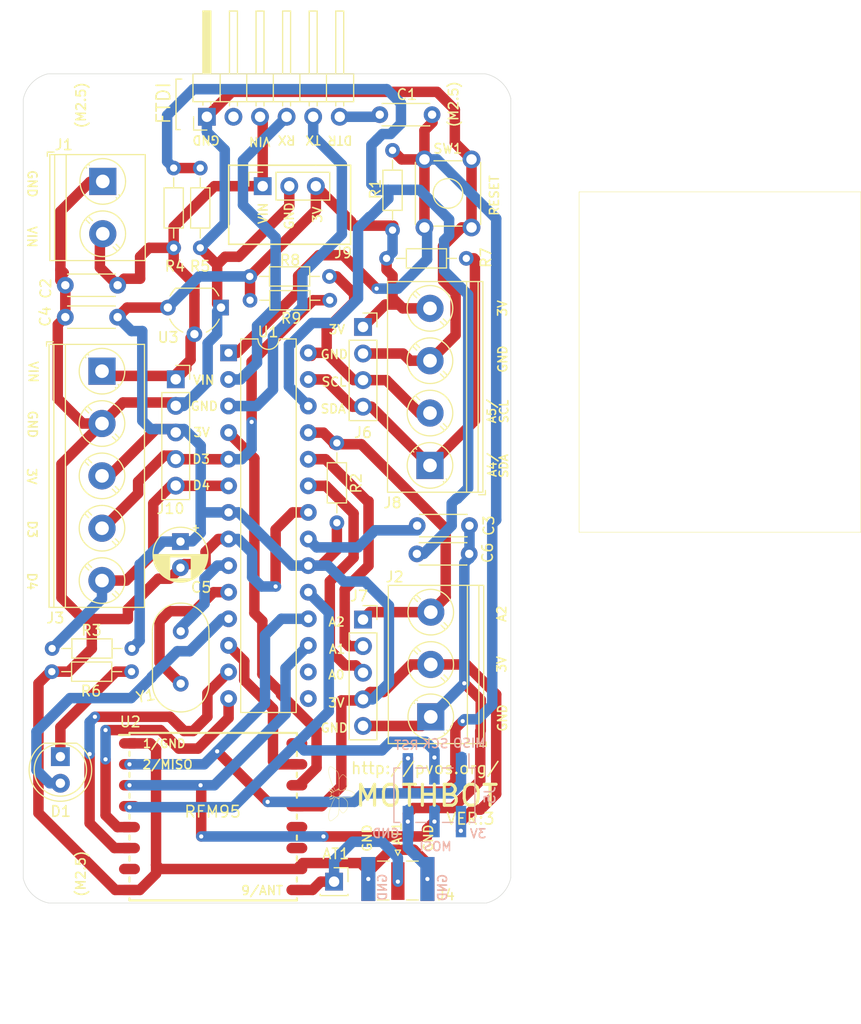
<source format=kicad_pcb>
(kicad_pcb (version 20171130) (host pcbnew 5.1.6-c6e7f7d~87~ubuntu18.04.1)
  (layers (0 F.Cu signal) (31 B.Cu signal) (34 B.Paste user) (35 F.Paste user) (36 B.SilkS user) (37 F.SilkS user) (38 B.Mask user) (39 F.Mask user) (44 Edge.Cuts user))
  (net 0 "")
  (net 1 "Net-(AT1-Pad1)")
  (net 2 "Net-(C1-Pad2)")
  (net 3 RST)
  (net 4 GND)
  (net 5 VIN)
  (net 6 "Net-(C3-Pad1)")
  (net 7 VCC)
  (net 8 A3)
  (net 9 D5)
  (net 10 "Net-(D1-Pad1)")
  (net 11 TX0)
  (net 12 RX0)
  (net 13 A0)
  (net 14 D4)
  (net 15 D3)
  (net 16 MOSI)
  (net 17 SCK)
  (net 18 MISO)
  (net 19 A4)
  (net 20 A5)
  (net 21 A1)
  (net 22 A2)
  (net 23 D8)
  (net 24 D7)
  (net 25 D6)
  (net 26 "Net-(U1-Pad10)")
  (net 27 "Net-(U1-Pad9)")
  (net 28 D2)
  (module Crystal:Resonator-2Pin_W10.0mm_H5.0mm (layer F.Cu) (at -117.275 46.45 270)
    (fp_text reference Y1 (at 6.175 3.35 10) (layer F.SilkS))
    (fp_text value Crystal)
    (pad 2 thru_hole circle (at 5 0 270) (size 1.5 1.5) (drill 0.8) (layers *.Cu *.Mask) (net 26 "Net-(U1-Pad10)"))
    (pad 1 thru_hole circle (at 0 0 270) (size 1.5 1.5) (drill 0.8) (layers *.Cu *.Mask) (net 27 "Net-(U1-Pad9)"))
  )
  (module footprints:moth4 (layer F.Cu) (at -101.95 61.975 90)
    (fp_text reference G*** hide)
    (fp_text value LOGO hide)
  )
  (module Connector_PinSocket_2.54mm:PinSocket_1x05_P2.54mm_Vertical (layer F.Cu) (at -99.85 45.325)
    (fp_text reference J7 (at -0.375 -2.25) (layer F.SilkS))
    (fp_text value Conn_01x05_Female)
    (pad 5 thru_hole oval (at 0 10.16) (size 1.7 1.7) (drill 1) (layers *.Cu *.Mask) (net 4 GND))
    (pad 4 thru_hole oval (at 0 7.62) (size 1.7 1.7) (drill 1) (layers *.Cu *.Mask) (net 7 VCC))
    (pad 3 thru_hole oval (at 0 5.08) (size 1.7 1.7) (drill 1) (layers *.Cu *.Mask) (net 13 A0))
    (pad 2 thru_hole oval (at 0 2.54) (size 1.7 1.7) (drill 1) (layers *.Cu *.Mask) (net 21 A1))
    (pad 1 thru_hole rect (at 0 0) (size 1.7 1.7) (drill 1) (layers *.Cu *.Mask) (net 22 A2))
  )
  (module Resistor_THT:R_Axial_DIN0204_L3.6mm_D1.6mm_P7.62mm_Horizontal (layer F.Cu) (at -110.65 14.825)
    (fp_text reference R9 (at 3.925 1.725) (layer F.SilkS))
    (fp_text value 10K)
    (pad 2 thru_hole oval (at 7.62 0) (size 1.4 1.4) (drill 0.7) (layers *.Cu *.Mask) (net 15 D3))
    (pad 1 thru_hole circle (at 0 0) (size 1.4 1.4) (drill 0.7) (layers *.Cu *.Mask) (net 7 VCC))
  )
  (module Connector_PinSocket_2.54mm:PinSocket_1x05_P2.54mm_Vertical (layer F.Cu) (at -117.75 22.375)
    (fp_text reference J10 (at -0.5 12.35) (layer F.SilkS))
    (fp_text value Conn_01x05_Female)
    (pad 5 thru_hole oval (at 0 10.16) (size 1.7 1.7) (drill 1) (layers *.Cu *.Mask) (net 14 D4))
    (pad 4 thru_hole oval (at 0 7.62) (size 1.7 1.7) (drill 1) (layers *.Cu *.Mask) (net 15 D3))
    (pad 3 thru_hole oval (at 0 5.08) (size 1.7 1.7) (drill 1) (layers *.Cu *.Mask) (net 7 VCC))
    (pad 2 thru_hole oval (at 0 2.54) (size 1.7 1.7) (drill 1) (layers *.Cu *.Mask) (net 4 GND))
    (pad 1 thru_hole rect (at 0 0) (size 1.7 1.7) (drill 1) (layers *.Cu *.Mask) (net 5 VIN))
  )
  (module TerminalBlock_Phoenix:TerminalBlock_Phoenix_PT-1,5-5-5.0-H_1x05_P5.00mm_Horizontal (layer F.Cu) (at -124.8 21.6 270)
    (fp_text reference J3 (at 23.575 4.45 180) (layer F.SilkS))
    (fp_text value Screw_Terminal_01x05)
    (pad 5 thru_hole circle (at 20 0 270) (size 2.6 2.6) (drill 1.3) (layers *.Cu *.Mask) (net 14 D4))
    (pad 4 thru_hole circle (at 15 0 270) (size 2.6 2.6) (drill 1.3) (layers *.Cu *.Mask) (net 15 D3))
    (pad 3 thru_hole circle (at 10 0 270) (size 2.6 2.6) (drill 1.3) (layers *.Cu *.Mask) (net 7 VCC))
    (pad 2 thru_hole circle (at 5 0 270) (size 2.6 2.6) (drill 1.3) (layers *.Cu *.Mask) (net 4 GND))
    (pad 1 thru_hole rect (at 0 0 270) (size 2.6 2.6) (drill 1.3) (layers *.Cu *.Mask) (net 5 VIN))
  )
  (module Capacitor_THT:C_Disc_D4.3mm_W1.9mm_P5.00mm (layer F.Cu) (at -94.675 36.35)
    (fp_text reference C3 (at 6.85 0 270) (layer F.SilkS))
    (fp_text value 0.1u)
    (pad 2 thru_hole circle (at 5 0) (size 1.6 1.6) (drill 0.8) (layers *.Cu *.Mask) (net 4 GND))
    (pad 1 thru_hole circle (at 0 0) (size 1.6 1.6) (drill 0.8) (layers *.Cu *.Mask) (net 6 "Net-(C3-Pad1)"))
  )
  (module MountingHole:MountingHole_2.7mm_M2.5 (layer F.Cu) (at -129.4 69.5)
    (fp_text reference H4 hide)
    (fp_text value MountingHole)
    (pad 1 np_thru_hole circle (at 0 0) (size 2.7 2.7) (drill 2.7) (layers *.Cu *.Mask))
  )
  (module MountingHole:MountingHole_2.7mm_M2.5 (layer F.Cu) (at -88.675 -3.875)
    (fp_text reference H3 hide)
    (fp_text value MountingHole)
    (pad 1 np_thru_hole circle (at 0 0) (size 2.7 2.7) (drill 2.7) (layers *.Cu *.Mask))
  )
  (module Resistor_THT:R_Axial_DIN0204_L3.6mm_D1.6mm_P7.62mm_Horizontal (layer F.Cu) (at -110.675 12.55)
    (fp_text reference R8 (at 3.85 -1.55) (layer F.SilkS))
    (fp_text value R)
    (pad 2 thru_hole oval (at 7.62 0) (size 1.4 1.4) (drill 0.7) (layers *.Cu *.Mask) (net 20 A5))
    (pad 1 thru_hole circle (at 0 0) (size 1.4 1.4) (drill 0.7) (layers *.Cu *.Mask) (net 7 VCC))
  )
  (module Resistor_THT:R_Axial_DIN0204_L3.6mm_D1.6mm_P7.62mm_Horizontal (layer F.Cu) (at -97.6 10.825)
    (fp_text reference R7 (at 9.503 -0.072 90) (layer F.SilkS))
    (fp_text value R)
    (pad 2 thru_hole oval (at 7.62 0) (size 1.4 1.4) (drill 0.7) (layers *.Cu *.Mask) (net 19 A4))
    (pad 1 thru_hole circle (at 0 0) (size 1.4 1.4) (drill 0.7) (layers *.Cu *.Mask) (net 7 VCC))
  )
  (module Resistor_THT:R_Axial_DIN0204_L3.6mm_D1.6mm_P7.62mm_Horizontal (layer F.Cu) (at -121.975 50.3 180)
    (fp_text reference R6 (at 3.88 -1.856) (layer F.SilkS))
    (fp_text value 300R)
    (pad 2 thru_hole oval (at 7.62 0 180) (size 1.4 1.4) (drill 0.7) (layers *.Cu *.Mask) (net 4 GND))
    (pad 1 thru_hole circle (at 0 0 180) (size 1.4 1.4) (drill 0.7) (layers *.Cu *.Mask) (net 10 "Net-(D1-Pad1)"))
  )
  (module Resistor_THT:R_Axial_DIN0204_L3.6mm_D1.6mm_P7.62mm_Horizontal (layer F.Cu) (at -115.408 2.198 270)
    (fp_text reference R5 (at 9.377 0.017 180) (layer F.SilkS))
    (fp_text value 10M)
    (pad 2 thru_hole oval (at 7.62 0 270) (size 1.4 1.4) (drill 0.7) (layers *.Cu *.Mask) (net 4 GND))
    (pad 1 thru_hole circle (at 0 0 270) (size 1.4 1.4) (drill 0.7) (layers *.Cu *.Mask) (net 8 A3))
  )
  (module Resistor_THT:R_Axial_DIN0204_L3.6mm_D1.6mm_P7.62mm_Horizontal (layer F.Cu) (at -117.948 9.818 90)
    (fp_text reference R4 (at -1.757 0.123 180) (layer F.SilkS))
    (fp_text value 10M)
    (pad 2 thru_hole oval (at 7.62 0 90) (size 1.4 1.4) (drill 0.7) (layers *.Cu *.Mask) (net 8 A3))
    (pad 1 thru_hole circle (at 0 0 90) (size 1.4 1.4) (drill 0.7) (layers *.Cu *.Mask) (net 5 VIN))
  )
  (module Resistor_THT:R_Axial_DIN0204_L3.6mm_D1.6mm_P7.62mm_Horizontal (layer F.Cu) (at -121.945 48.087 180)
    (fp_text reference R3 (at 3.855 1.737) (layer F.SilkS))
    (fp_text value 10K)
    (pad 2 thru_hole oval (at 7.62 0 180) (size 1.4 1.4) (drill 0.7) (layers *.Cu *.Mask) (net 14 D4))
    (pad 1 thru_hole circle (at 0 0 180) (size 1.4 1.4) (drill 0.7) (layers *.Cu *.Mask) (net 7 VCC))
  )
  (module Resistor_THT:R_Axial_DIN0204_L3.6mm_D1.6mm_P7.62mm_Horizontal (layer F.Cu) (at -102.35 36.075 90)
    (fp_text reference R2 (at 3.775 1.85 90) (layer F.SilkS))
    (fp_text value 10K)
    (pad 2 thru_hole oval (at 7.62 0 90) (size 1.4 1.4) (drill 0.7) (layers *.Cu *.Mask) (net 22 A2))
    (pad 1 thru_hole circle (at 0 0 90) (size 1.4 1.4) (drill 0.7) (layers *.Cu *.Mask) (net 7 VCC))
  )
  (module Resistor_THT:R_Axial_DIN0204_L3.6mm_D1.6mm_P7.62mm_Horizontal (layer F.Cu) (at -97.028 8.128 90)
    (fp_text reference R1 (at 3.928 -1.647 90) (layer F.SilkS))
    (fp_text value 10K)
    (pad 2 thru_hole oval (at 7.62 0 90) (size 1.4 1.4) (drill 0.7) (layers *.Cu *.Mask) (net 3 RST))
    (pad 1 thru_hole circle (at 0 0 90) (size 1.4 1.4) (drill 0.7) (layers *.Cu *.Mask) (net 7 VCC))
  )
  (module Capacitor_THT:C_Disc_D4.3mm_W1.9mm_P5.00mm (layer F.Cu) (at -94.7 39.05)
    (fp_text reference C6 (at 6.75 -0.1 270) (layer F.SilkS))
    (fp_text value 0.1uF)
    (pad 2 thru_hole circle (at 5 0) (size 1.6 1.6) (drill 0.8) (layers *.Cu *.Mask) (net 4 GND))
    (pad 1 thru_hole circle (at 0 0) (size 1.6 1.6) (drill 0.8) (layers *.Cu *.Mask) (net 8 A3))
  )
  (module Capacitor_THT:C_Disc_D4.3mm_W1.9mm_P5.00mm (layer F.Cu) (at -123.306 16.439 180)
    (fp_text reference C4 (at 6.919 0.064 90) (layer F.SilkS))
    (fp_text value 0.1u)
    (pad 2 thru_hole circle (at 5 0 180) (size 1.6 1.6) (drill 0.8) (layers *.Cu *.Mask) (net 4 GND))
    (pad 1 thru_hole circle (at 0 0 180) (size 1.6 1.6) (drill 0.8) (layers *.Cu *.Mask) (net 7 VCC))
  )
  (module Capacitor_THT:C_Disc_D4.3mm_W1.9mm_P5.00mm (layer F.Cu) (at -123.306 13.391 180)
    (fp_text reference C2 (at 6.869 -0.309 90) (layer F.SilkS))
    (fp_text value 0.1u)
    (pad 2 thru_hole circle (at 5 0 180) (size 1.6 1.6) (drill 0.8) (layers *.Cu *.Mask) (net 4 GND))
    (pad 1 thru_hole circle (at 0 0 180) (size 1.6 1.6) (drill 0.8) (layers *.Cu *.Mask) (net 5 VIN))
  )
  (module Capacitor_THT:C_Disc_D4.3mm_W1.9mm_P5.00mm (layer F.Cu) (at -93.25 -2.9 180)
    (fp_text reference C1 (at 2.416 1.918) (layer F.SilkS))
    (fp_text value 0.1u)
    (pad 2 thru_hole circle (at 5 0 180) (size 1.6 1.6) (drill 0.8) (layers *.Cu *.Mask) (net 2 "Net-(C1-Pad2)"))
    (pad 1 thru_hole circle (at 0 0 180) (size 1.6 1.6) (drill 0.8) (layers *.Cu *.Mask) (net 3 RST))
  )
  (module LED_THT:LED_D5.0mm (layer F.Cu) (at -128.778 58.42 270)
    (fp_text reference D1 (at 5.23 -0.028) (layer F.SilkS))
    (fp_text value LED)
    (pad 1 thru_hole rect (at 0 0 270) (size 1.8 1.8) (drill 0.9) (layers *.Cu *.Mask) (net 10 "Net-(D1-Pad1)"))
    (pad 2 thru_hole circle (at 2.54 0 270) (size 1.8 1.8) (drill 0.9) (layers *.Cu *.Mask) (net 9 D5))
  )
  (module Package_TO_SOT_THT:TO-92_Wide (layer F.Cu) (at -113.425 15.525 180)
    (fp_text reference U3 (at 5.05 -2.85) (layer F.SilkS))
    (fp_text value MCP1700-3302E_TO92)
    (pad 1 thru_hole rect (at 0 0 270) (size 1.5 1.5) (drill 0.8) (layers *.Cu *.Mask) (net 4 GND))
    (pad 3 thru_hole circle (at 5.08 0 270) (size 1.5 1.5) (drill 0.8) (layers *.Cu *.Mask) (net 7 VCC))
    (pad 2 thru_hole circle (at 2.54 -2.54 270) (size 1.5 1.5) (drill 0.8) (layers *.Cu *.Mask) (net 5 VIN))
  )
  (module footprints:RFM95 (layer F.Cu) (at -122.174 57.15)
    (fp_text reference U2 (at 0.074 -2.05) (layer F.SilkS))
    (fp_text value RFM95W-915S2)
    (pad 16 smd oval (at 16 0) (size 2 1) (layers F.Cu F.Paste F.Mask))
    (pad 15 smd oval (at 16 2) (size 2 1) (layers F.Cu F.Paste F.Mask) (net 25 D6))
    (pad 14 smd oval (at 16 4) (size 2 1) (layers F.Cu F.Paste F.Mask) (net 28 D2))
    (pad 13 smd oval (at 16 6) (size 2 1) (layers F.Cu F.Paste F.Mask) (net 7 VCC))
    (pad 12 smd oval (at 16 8) (size 2 1) (layers F.Cu F.Paste F.Mask))
    (pad 11 smd oval (at 16 10) (size 2 1) (layers F.Cu F.Paste F.Mask))
    (pad 10 smd oval (at 16 12) (size 2 1) (layers F.Cu F.Paste F.Mask) (net 4 GND))
    (pad 9 smd oval (at 16 14) (size 2 1) (layers F.Cu F.Paste F.Mask) (net 1 "Net-(AT1-Pad1)"))
    (pad 8 smd oval (at 0 14) (size 2 1) (layers F.Cu F.Paste F.Mask) (net 4 GND))
    (pad 7 smd oval (at 0 12) (size 2 1) (layers F.Cu F.Paste F.Mask))
    (pad 6 smd oval (at 0 10) (size 2 1) (layers F.Cu F.Paste F.Mask) (net 24 D7))
    (pad 5 smd oval (at 0 8) (size 2 1) (layers F.Cu F.Paste F.Mask) (net 23 D8))
    (pad 4 smd oval (at 0 6) (size 2 1) (layers F.Cu F.Paste F.Mask) (net 17 SCK))
    (pad 3 smd oval (at 0 4) (size 2 1) (layers F.Cu F.Paste F.Mask) (net 16 MOSI))
    (pad 2 smd oval (at 0 2) (size 2 1) (layers F.Cu F.Paste F.Mask) (net 18 MISO))
    (pad 1 smd oval (at 0 0) (size 2 1) (layers F.Cu F.Paste F.Mask) (net 4 GND))
  )
  (module Package_DIP:DIP-28_W7.62mm (layer F.Cu) (at -112.7 19.85)
    (fp_text reference U1 (at 3.775 -2) (layer F.SilkS))
    (fp_text value ATmega328P-PU-C)
    (pad 28 thru_hole oval (at 7.62 0) (size 1.6 1.6) (drill 0.8) (layers *.Cu *.Mask) (net 20 A5))
    (pad 14 thru_hole oval (at 0 33.02) (size 1.6 1.6) (drill 0.8) (layers *.Cu *.Mask) (net 23 D8))
    (pad 27 thru_hole oval (at 7.62 2.54) (size 1.6 1.6) (drill 0.8) (layers *.Cu *.Mask) (net 19 A4))
    (pad 13 thru_hole oval (at 0 30.48) (size 1.6 1.6) (drill 0.8) (layers *.Cu *.Mask) (net 24 D7))
    (pad 26 thru_hole oval (at 7.62 5.08) (size 1.6 1.6) (drill 0.8) (layers *.Cu *.Mask) (net 8 A3))
    (pad 12 thru_hole oval (at 0 27.94) (size 1.6 1.6) (drill 0.8) (layers *.Cu *.Mask) (net 25 D6))
    (pad 25 thru_hole oval (at 7.62 7.62) (size 1.6 1.6) (drill 0.8) (layers *.Cu *.Mask) (net 22 A2))
    (pad 11 thru_hole oval (at 0 25.4) (size 1.6 1.6) (drill 0.8) (layers *.Cu *.Mask) (net 9 D5))
    (pad 24 thru_hole oval (at 7.62 10.16) (size 1.6 1.6) (drill 0.8) (layers *.Cu *.Mask) (net 21 A1))
    (pad 10 thru_hole oval (at 0 22.86) (size 1.6 1.6) (drill 0.8) (layers *.Cu *.Mask) (net 26 "Net-(U1-Pad10)"))
    (pad 23 thru_hole oval (at 7.62 12.7) (size 1.6 1.6) (drill 0.8) (layers *.Cu *.Mask) (net 13 A0))
    (pad 9 thru_hole oval (at 0 20.32) (size 1.6 1.6) (drill 0.8) (layers *.Cu *.Mask) (net 27 "Net-(U1-Pad9)"))
    (pad 22 thru_hole oval (at 7.62 15.24) (size 1.6 1.6) (drill 0.8) (layers *.Cu *.Mask) (net 4 GND))
    (pad 8 thru_hole oval (at 0 17.78) (size 1.6 1.6) (drill 0.8) (layers *.Cu *.Mask) (net 4 GND))
    (pad 21 thru_hole oval (at 7.62 17.78) (size 1.6 1.6) (drill 0.8) (layers *.Cu *.Mask) (net 6 "Net-(C3-Pad1)"))
    (pad 7 thru_hole oval (at 0 15.24) (size 1.6 1.6) (drill 0.8) (layers *.Cu *.Mask) (net 7 VCC))
    (pad 20 thru_hole oval (at 7.62 20.32) (size 1.6 1.6) (drill 0.8) (layers *.Cu *.Mask) (net 7 VCC))
    (pad 6 thru_hole oval (at 0 12.7) (size 1.6 1.6) (drill 0.8) (layers *.Cu *.Mask) (net 14 D4))
    (pad 19 thru_hole oval (at 7.62 22.86) (size 1.6 1.6) (drill 0.8) (layers *.Cu *.Mask) (net 17 SCK))
    (pad 5 thru_hole oval (at 0 10.16) (size 1.6 1.6) (drill 0.8) (layers *.Cu *.Mask) (net 15 D3))
    (pad 18 thru_hole oval (at 7.62 25.4) (size 1.6 1.6) (drill 0.8) (layers *.Cu *.Mask) (net 18 MISO))
    (pad 4 thru_hole oval (at 0 7.62) (size 1.6 1.6) (drill 0.8) (layers *.Cu *.Mask) (net 28 D2))
    (pad 17 thru_hole oval (at 7.62 27.94) (size 1.6 1.6) (drill 0.8) (layers *.Cu *.Mask) (net 16 MOSI))
    (pad 3 thru_hole oval (at 0 5.08) (size 1.6 1.6) (drill 0.8) (layers *.Cu *.Mask) (net 11 TX0))
    (pad 16 thru_hole oval (at 7.62 30.48) (size 1.6 1.6) (drill 0.8) (layers *.Cu *.Mask))
    (pad 2 thru_hole oval (at 0 2.54) (size 1.6 1.6) (drill 0.8) (layers *.Cu *.Mask) (net 12 RX0))
    (pad 15 thru_hole oval (at 7.62 33.02) (size 1.6 1.6) (drill 0.8) (layers *.Cu *.Mask))
    (pad 1 thru_hole rect (at 0 0) (size 1.6 1.6) (drill 0.8) (layers *.Cu *.Mask) (net 3 RST))
  )
  (module Button_Switch_THT:SW_TH_Tactile_Omron_B3F-10xx (layer F.Cu) (at -93.98 7.874 90)
    (fp_text reference SW1 (at 7.524 2.23 180) (layer F.SilkS) (effects (font (size 0.9 0.9))))
    (fp_text value SW_Push_Dual)
    (pad 1 thru_hole circle (at 0 0 90) (size 1.7 1.7) (drill 1) (layers *.Cu *.Mask) (net 3 RST))
    (pad 2 thru_hole circle (at 6.5 0 90) (size 1.7 1.7) (drill 1) (layers *.Cu *.Mask) (net 3 RST))
    (pad 3 thru_hole circle (at 0 4.5 90) (size 1.7 1.7) (drill 1) (layers *.Cu *.Mask) (net 4 GND))
    (pad 4 thru_hole circle (at 6.5 4.5 90) (size 1.7 1.7) (drill 1) (layers *.Cu *.Mask) (net 4 GND))
  )
  (module Connector_PinSocket_2.54mm:PinSocket_1x03_P2.54mm_Vertical (layer F.Cu) (at -109.439 3.928 90)
    (fp_text reference J9 (at -6.372 7.689 180) (layer F.SilkS))
    (fp_text value Conn_01x03_Female)
    (pad 3 thru_hole oval (at 0 5.08 90) (size 1.7 1.7) (drill 1) (layers *.Cu *.Mask) (net 7 VCC))
    (pad 2 thru_hole oval (at 0 2.54 90) (size 1.7 1.7) (drill 1) (layers *.Cu *.Mask) (net 4 GND))
    (pad 1 thru_hole rect (at 0 0 90) (size 1.7 1.7) (drill 1) (layers *.Cu *.Mask) (net 5 VIN))
  )
  (module TerminalBlock_Phoenix:TerminalBlock_Phoenix_PT-1,5-4-5.0-H_1x04_P5.00mm_Horizontal (layer F.Cu) (at -93.45 30.6 90)
    (fp_text reference J8 (at -3.575 -3.575 180) (layer F.SilkS))
    (fp_text value Screw_Terminal_01x04)
    (pad 4 thru_hole circle (at 15 0 90) (size 2.6 2.6) (drill 1.3) (layers *.Cu *.Mask) (net 7 VCC))
    (pad 3 thru_hole circle (at 10 0 90) (size 2.6 2.6) (drill 1.3) (layers *.Cu *.Mask) (net 4 GND))
    (pad 2 thru_hole circle (at 5 0 90) (size 2.6 2.6) (drill 1.3) (layers *.Cu *.Mask) (net 20 A5))
    (pad 1 thru_hole rect (at 0 0 90) (size 2.6 2.6) (drill 1.3) (layers *.Cu *.Mask) (net 19 A4))
  )
  (module Connector_PinSocket_2.54mm:PinSocket_1x04_P2.54mm_Vertical (layer F.Cu) (at -99.85 17.375)
    (fp_text reference J6 (at 0 10.089) (layer F.SilkS))
    (fp_text value Conn_01x04_Female)
    (pad 4 thru_hole oval (at 0 7.62) (size 1.7 1.7) (drill 1) (layers *.Cu *.Mask) (net 19 A4))
    (pad 3 thru_hole oval (at 0 5.08) (size 1.7 1.7) (drill 1) (layers *.Cu *.Mask) (net 20 A5))
    (pad 2 thru_hole oval (at 0 2.54) (size 1.7 1.7) (drill 1) (layers *.Cu *.Mask) (net 4 GND))
    (pad 1 thru_hole rect (at 0 0) (size 1.7 1.7) (drill 1) (layers *.Cu *.Mask) (net 7 VCC))
  )
  (module Connector_PinSocket_2.54mm:PinSocket_2x03_P2.54mm_Vertical_SMD (layer B.Cu) (at -93.025 62.1 90)
    (fp_text reference J5 (at 0 5.31 90) (layer B.SilkS) (effects (justify mirror)))
    (fp_text value Conn_02x03_Odd_Even)
    (pad 1 smd rect (at 2.52 2.54 90) (size 3 1) (layers B.Cu B.Paste B.Mask) (net 18 MISO))
    (pad 2 smd rect (at -2.52 2.54 90) (size 3 1) (layers B.Cu B.Paste B.Mask) (net 7 VCC))
    (pad 3 smd rect (at 2.52 0 90) (size 3 1) (layers B.Cu B.Paste B.Mask) (net 17 SCK))
    (pad 4 smd rect (at -2.52 0 90) (size 3 1) (layers B.Cu B.Paste B.Mask) (net 16 MOSI))
    (pad 5 smd rect (at 2.52 -2.54 90) (size 3 1) (layers B.Cu B.Paste B.Mask) (net 3 RST))
    (pad 6 smd rect (at -2.52 -2.54 90) (size 3 1) (layers B.Cu B.Paste B.Mask) (net 4 GND))
  )
  (module Connector_Coaxial:SMA_Samtec_SMA-J-P-X-ST-EM1_EdgeMount (layer F.Cu) (at -96.52 70.104)
    (fp_text reference J4 (at 4.595 1.521) (layer F.SilkS))
    (fp_text value Conn_Coaxial)
    (pad 1 smd rect (at 0 0.2) (size 1.27 3.6) (layers F.Cu F.Paste F.Mask) (net 1 "Net-(AT1-Pad1)"))
    (pad 2 smd rect (at 2.825 0) (size 1.35 4.2) (layers F.Cu F.Paste F.Mask) (net 4 GND))
    (pad 2 smd rect (at -2.825 0) (size 1.35 4.2) (layers F.Cu F.Paste F.Mask) (net 4 GND))
    (pad 2 smd rect (at 2.825 0) (size 1.35 4.2) (layers B.Cu B.Paste B.Mask) (net 4 GND))
    (pad 2 smd rect (at -2.825 0) (size 1.35 4.2) (layers B.Cu B.Paste B.Mask) (net 4 GND))
  )
  (module TerminalBlock_Phoenix:TerminalBlock_Phoenix_PT-1,5-3-5.0-H_1x03_P5.00mm_Horizontal (layer F.Cu) (at -93.375 54.615 90)
    (fp_text reference J2 (at 13.365 -3.45 180) (layer F.SilkS))
    (fp_text value Screw_Terminal_01x03)
    (pad 3 thru_hole circle (at 10 0 90) (size 2.6 2.6) (drill 1.3) (layers *.Cu *.Mask) (net 22 A2))
    (pad 2 thru_hole circle (at 5 0 90) (size 2.6 2.6) (drill 1.3) (layers *.Cu *.Mask) (net 7 VCC))
    (pad 1 thru_hole rect (at 0 0 90) (size 2.6 2.6) (drill 1.3) (layers *.Cu *.Mask) (net 4 GND))
  )
  (module TerminalBlock_Phoenix:TerminalBlock_Phoenix_PT-1,5-2-5.0-H_1x02_P5.00mm_Horizontal (layer F.Cu) (at -124.725 3.475 270)
    (fp_text reference J1 (at -3.5 3.725 180) (layer F.SilkS))
    (fp_text value Screw_Terminal_01x02)
    (pad 1 thru_hole rect (at 0 0 270) (size 2.6 2.6) (drill 1.3) (layers *.Cu *.Mask) (net 4 GND))
    (pad 2 thru_hole circle (at 5 0 270) (size 2.6 2.6) (drill 1.3) (layers *.Cu *.Mask) (net 5 VIN))
  )
  (module MountingHole:MountingHole_2.7mm_M2.5 (layer F.Cu) (at -88.65 69.5)
    (fp_text reference H2 hide)
    (fp_text value MountingHole)
    (pad 1 np_thru_hole circle (at 0 0) (size 2.7 2.7) (drill 2.7) (layers *.Cu *.Mask))
  )
  (module MountingHole:MountingHole_2.7mm_M2.5 (layer F.Cu) (at -129.4 -3.875)
    (fp_text reference H1 hide)
    (fp_text value MountingHole)
    (pad 1 np_thru_hole circle (at 0 0) (size 2.7 2.7) (drill 2.7) (layers *.Cu *.Mask))
  )
  (module Connector_PinHeader_2.54mm:PinHeader_1x06_P2.54mm_Horizontal (layer F.Cu) (at -114.775 -2.7 90)
    (fp_text reference FTDI (at 1.3 -4.15 270) (layer F.SilkS) (effects (font (size 1.3 1.3))))
    (fp_text value Conn_01x06_Male)
    (pad 1 thru_hole rect (at 0 0 90) (size 1.7 1.7) (drill 1) (layers *.Cu *.Mask) (net 4 GND))
    (pad 2 thru_hole oval (at 0 2.54 90) (size 1.7 1.7) (drill 1) (layers *.Cu *.Mask))
    (pad 3 thru_hole oval (at 0 5.08 90) (size 1.7 1.7) (drill 1) (layers *.Cu *.Mask) (net 5 VIN))
    (pad 4 thru_hole oval (at 0 7.62 90) (size 1.7 1.7) (drill 1) (layers *.Cu *.Mask) (net 12 RX0))
    (pad 5 thru_hole oval (at 0 10.16 90) (size 1.7 1.7) (drill 1) (layers *.Cu *.Mask) (net 11 TX0))
    (pad 6 thru_hole oval (at 0 12.7 90) (size 1.7 1.7) (drill 1) (layers *.Cu *.Mask) (net 2 "Net-(C1-Pad2)"))
  )
  (module Capacitor_THT:CP_Radial_D5.0mm_P2.50mm (layer F.Cu) (at -117.3 37.875 270)
    (fp_text reference C5 (at 4.375 -1.975 180) (layer F.SilkS))
    (fp_text value 10u)
    (pad 1 thru_hole rect (at 0 0 270) (size 1.6 1.6) (drill 0.8) (layers *.Cu *.Mask) (net 7 VCC))
    (pad 2 thru_hole circle (at 2.5 0 270) (size 1.6 1.6) (drill 0.8) (layers *.Cu *.Mask) (net 4 GND))
  )
  (module Connector_PinSocket_2.54mm:PinSocket_1x01_P2.54mm_Vertical (layer F.Cu) (at -102.616 70.358)
    (fp_text reference AT1 (at 0.166 -2.658) (layer F.SilkS))
    (fp_text value Conn_01x01_Female)
    (pad 1 thru_hole rect (at 0 0) (size 1.7 1.7) (drill 1) (layers *.Cu *.Mask) (net 1 "Net-(AT1-Pad1)"))
  )
  (gr_line (start -117.725 -1.475) (end -117.325 -1.475) (layer F.SilkS) (width 0.12))
  (gr_line (start -117.725 -6.3) (end -117.725 -1.475) (layer F.SilkS) (width 0.12))
  (gr_line (start -117.175 -6.3) (end -117.725 -6.3) (layer F.SilkS) (width 0.12))
  (gr_text A5/ (at -87.55 25.425 90) (layer F.SilkS) (effects (font (size 0.8 0.8))))
  (gr_text SCL (at -86.375 25.45 90) (layer F.SilkS) (effects (font (size 0.8 0.8))))
  (gr_text SDA (at -86.4 30.65 90) (layer F.SilkS) (effects (font (size 0.8 0.8))))
  (gr_text A2 (at -102.375 45.55) (layer F.SilkS) (effects (font (size 0.85 0.85))))
  (gr_text A1 (at -102.325 48.15) (layer F.SilkS) (effects (font (size 0.85 0.85))))
  (gr_text http://pvos.org/ (at -93.925 59.525) (layer F.SilkS) (effects (font (size 1.1 1.1))))
  (gr_text "(M2.5)" (at -126.825 69.6 90) (layer F.SilkS) (effects (font (size 0.9 0.9))))
  (gr_text "(M2.5)" (at -91.2 -3.9 90) (layer F.SilkS) (effects (font (size 0.9 0.9))))
  (gr_text "(M2.5)" (at -126.8 -3.8 90) (layer F.SilkS) (effects (font (size 0.9 0.9))))
  (gr_text VER:3 (at -89.575 64.35) (layer F.SilkS) (effects (font (size 1.1 1.1))))
  (gr_text MOTHBOT (at -93.75 62.15) (layer F.SilkS) (effects (font (size 2 2) (thickness 0.3))))
  (gr_text RST (at -95.7 57.325) (layer B.SilkS) (effects (font (size 0.85 0.85)) (justify mirror)))
  (gr_text SCK (at -92.95 57.175) (layer B.SilkS) (effects (font (size 0.85 0.85)) (justify mirror)))
  (gr_text GND (at -98 70.9 90) (layer B.SilkS) (effects (font (size 0.85 0.85)) (justify mirror)))
  (gr_text GND (at -92.25 70.925 90) (layer B.SilkS) (effects (font (size 0.85 0.85)) (justify mirror)))
  (gr_text MISO (at -89.7 57.125) (layer B.SilkS) (effects (font (size 0.85 0.85)) (justify mirror)))
  (gr_text 3V (at -88.85 65.775) (layer B.SilkS) (effects (font (size 0.85 0.85)) (justify mirror)))
  (gr_text MOSI (at -92.925 67) (layer B.SilkS) (effects (font (size 0.85 0.85)) (justify mirror)))
  (gr_text GND (at -97.675 65.75) (layer B.SilkS) (effects (font (size 0.85 0.85)) (justify mirror)))
  (gr_text AT1 (at -96.6 65.775 90) (layer F.SilkS) (effects (font (size 0.85 0.85))))
  (gr_text GND (at -93.6 66.2 90) (layer F.SilkS) (effects (font (size 0.85 0.85))))
  (gr_text GND (at -99.45 66.2 90) (layer F.SilkS) (effects (font (size 0.85 0.85))))
  (gr_text RFM95 (at -114.225 63.675) (layer F.SilkS) (effects (font (size 1.1 1.1))))
  (gr_text 9/ANT (at -109.5 71.2) (layer F.SilkS) (effects (font (size 0.85 0.85))))
  (gr_text 2/MISO (at -118.525 59.175) (layer F.SilkS) (effects (font (size 0.85 0.85))))
  (gr_text 1/GND (at -118.85 57.175) (layer F.SilkS) (effects (font (size 0.8 0.8))))
  (gr_text A2 (at -86.6 44.775 90) (layer F.SilkS) (effects (font (size 0.85 0.85))))
  (gr_text 3V (at -86.6 49.6 90) (layer F.SilkS) (effects (font (size 0.85 0.85))))
  (gr_text GND (at -86.525 54.725 90) (layer F.SilkS) (effects (font (size 0.85 0.85))))
  (gr_text GND (at -102.6 55.675) (layer F.SilkS) (effects (font (size 0.85 0.85))))
  (gr_text A0 (at -102.4 50.6) (layer F.SilkS) (effects (font (size 0.85 0.85))))
  (gr_text 3V (at -102.4 53.275) (layer F.SilkS) (effects (font (size 0.85 0.85))))
  (gr_text SDA (at -102.7 25.2) (layer F.SilkS) (effects (font (size 0.85 0.85))))
  (gr_text SCL (at -102.625 22.625) (layer F.SilkS) (effects (font (size 0.85 0.85))))
  (gr_text GND (at -102.6 20) (layer F.SilkS) (effects (font (size 0.85 0.85))))
  (gr_text 3V (at -102.35 17.625) (layer F.SilkS) (effects (font (size 0.85 0.85))))
  (gr_text D4 (at -115.3 32.5) (layer F.SilkS) (effects (font (size 0.85 0.85))))
  (gr_text D3 (at -115.325 30) (layer F.SilkS) (effects (font (size 0.85 0.85))))
  (gr_text 3V (at -115.275 27.45) (layer F.SilkS) (effects (font (size 0.85 0.85))))
  (gr_text GND (at -115.025 24.95) (layer F.SilkS) (effects (font (size 0.85 0.85))))
  (gr_text VIN (at -115.075 22.45) (layer F.SilkS) (effects (font (size 0.85 0.85))))
  (gr_text RESET (at -87.3 4.825 90) (layer F.SilkS) (effects (font (size 0.85 0.85))))
  (gr_text A4/ (at -87.5 30.55 90) (layer F.SilkS) (effects (font (size 0.8 0.8))))
  (gr_text GND (at -86.5 20.45 90) (layer F.SilkS) (effects (font (size 0.85 0.85))))
  (gr_text VIN (at -131.375 21.675 270) (layer F.SilkS) (effects (font (size 0.85 0.85))))
  (gr_text 3V (at -86.525 15.6 90) (layer F.SilkS) (effects (font (size 0.85 0.85))))
  (gr_text D4 (at -131.5 41.675 270) (layer F.SilkS) (effects (font (size 0.85 0.85))))
  (gr_text D3 (at -131.475 36.7 270) (layer F.SilkS) (effects (font (size 0.85 0.85))))
  (gr_text 3V (at -131.525 31.65 270) (layer F.SilkS) (effects (font (size 0.85 0.85))))
  (gr_text GND (at -131.45 26.675 270) (layer F.SilkS) (effects (font (size 0.85 0.85))))
  (gr_text GND (at -131.475 3.7 270) (layer F.SilkS) (effects (font (size 0.85 0.85))))
  (gr_text VIN (at -131.5 8.775 270) (layer F.SilkS) (effects (font (size 0.85 0.85))))
  (gr_text 3V (at -104.2 6.65 90) (layer F.SilkS) (effects (font (size 0.85 0.85))))
  (gr_text GND (at -106.9 6.775 90) (layer F.SilkS) (effects (font (size 0.85 0.85))))
  (gr_text VIN (at -109.4 6.525 90) (layer F.SilkS) (effects (font (size 0.85 0.85))))
  (gr_text DTR (at -102.05 -0.45 180) (layer F.SilkS) (effects (font (size 0.85 0.85))))
  (gr_text TX (at -104.625 -0.475 180) (layer F.SilkS) (effects (font (size 0.85 0.85))))
  (gr_text RX (at -107.15 -0.475 180) (layer F.SilkS) (effects (font (size 0.85 0.85))))
  (gr_text VIN (at -109.725 -0.325 180) (layer F.SilkS) (effects (font (size 0.85 0.85))))
  (gr_text GND (at -114.85 -0.475 180) (layer F.SilkS) (effects (font (size 0.85 0.85))))
  (gr_arc (start -129.227223 -3.725001) (end -129.977222 -6.8) (angle -64.45097618) (layer Edge.Cuts) (width 0.05))
  (gr_arc (start -88.799999 -3.700001) (end -85.725 -4.45) (angle -64.45097618) (layer Edge.Cuts) (width 0.05))
  (gr_arc (start -88.822777 69.325001) (end -88.072778 72.4) (angle -64.45097618) (layer Edge.Cuts) (width 0.05))
  (gr_arc (start -129.25 69.3) (end -132.324999 70.049999) (angle -64.45097618) (layer Edge.Cuts) (width 0.05))
  (gr_line (start -52.272 36.985) (end -52.272 4.473) (layer F.SilkS) (width 0.05))
  (gr_line (start -79.196 36.985) (end -52.272 36.985) (layer F.SilkS) (width 0.05))
  (gr_line (start -79.196 4.473) (end -79.196 36.985) (layer F.SilkS) (width 0.05))
  (gr_line (start -52.272 4.473) (end -79.196 4.473) (layer F.SilkS) (width 0.05))
  (gr_line (start -129.975 -6.8) (end -88.15 -6.8) (layer Edge.Cuts) (width 0.05))
  (gr_line (start -88.075 72.4) (end -129.9 72.4) (layer Edge.Cuts) (width 0.05))
  (gr_line (start -85.725 -4.45) (end -85.725 69.975) (layer Edge.Cuts) (width 0.05))
  (gr_line (start -132.325 -4.374535) (end -132.325 70.05) (layer Edge.Cuts) (width 0.05))
  (gr_line (start -104.339 1.928) (end -101.039 1.928) (layer F.SilkS) (width 0.15))
  (gr_line (start -112.689 9.478) (end -101.039 9.478) (layer F.SilkS) (width 0.15))
  (gr_line (start -101.039 9.478) (end -101.039 1.928) (layer F.SilkS) (width 0.15))
  (gr_line (start -112.689 1.903) (end -112.689 9.478) (layer F.SilkS) (width 0.15))
  (gr_line (start -104.364 1.928) (end -112.689 1.928) (layer F.SilkS) (width 0.15))
  (segment (start -102.616 70.358) (end -103.886 70.358) (width 1) (layer F.Cu) (net 1))
  (segment (start -104.678 71.15) (end -106.174 71.15) (width 1) (layer F.Cu) (net 1))
  (segment (start -103.886 70.358) (end -104.678 71.15) (width 1) (layer F.Cu) (net 1))
  (via (at -96.52 70.358) (size 0.8) (drill 0.4) (layers F.Cu B.Cu) (net 1))
  (segment (start -96.52 70.304) (end -96.52 70.358) (width 1) (layer F.Cu) (net 1))
  (segment (start -96.52 70.358) (end -96.52 68.072) (width 1) (layer B.Cu) (net 1))
  (segment (start -96.52 68.072) (end -98.044 66.548) (width 1) (layer B.Cu) (net 1))
  (segment (start -98.044 66.548) (end -100.838 66.548) (width 1) (layer B.Cu) (net 1))
  (segment (start -102.616 68.326) (end -102.616 70.358) (width 1) (layer B.Cu) (net 1))
  (segment (start -100.838 66.548) (end -102.616 68.326) (width 1) (layer B.Cu) (net 1))
  (segment (start -101.915 -2.54) (end -102.075 -2.7) (width 1) (layer F.Cu) (net 2))
  (segment (start -98.45 -2.7) (end -98.25 -2.9) (width 1) (layer B.Cu) (net 2))
  (segment (start -102.075 -2.7) (end -98.45 -2.7) (width 1) (layer B.Cu) (net 2))
  (segment (start -112.7 19.85) (end -112.7 19.736) (width 1) (layer F.Cu) (net 3))
  (segment (start -93.98 1.374) (end -93.98 7.874) (width 1) (layer F.Cu) (net 3))
  (segment (start -96.162 1.374) (end -97.028 0.508) (width 1) (layer F.Cu) (net 3))
  (segment (start -93.98 1.374) (end -96.162 1.374) (width 1) (layer F.Cu) (net 3))
  (segment (start -94.234 1.12) (end -93.98 1.374) (width 1) (layer F.Cu) (net 3))
  (via (at -98.552 13.716) (size 0.8) (drill 0.4) (layers F.Cu B.Cu) (net 3))
  (segment (start -100.584 11.684) (end -98.552 13.716) (width 1) (layer F.Cu) (net 3))
  (segment (start -98.552 13.716) (end -96.52 13.716) (width 1) (layer B.Cu) (net 3))
  (segment (start -96.52 13.716) (end -93.726 10.922) (width 1) (layer B.Cu) (net 3))
  (segment (start -93.726 8.128) (end -93.98 7.874) (width 1) (layer B.Cu) (net 3))
  (segment (start -93.726 10.922) (end -93.726 8.128) (width 1) (layer B.Cu) (net 3))
  (segment (start -92.777919 1.374) (end -87.122 7.029919) (width 1) (layer B.Cu) (net 3))
  (segment (start -93.98 1.374) (end -92.777919 1.374) (width 1) (layer B.Cu) (net 3))
  (segment (start -87.499999 36.191999) (end -87.499999 52.193999) (width 1) (layer B.Cu) (net 3))
  (segment (start -87.122 7.029919) (end -87.122 35.814) (width 1) (layer B.Cu) (net 3))
  (segment (start -87.122 35.814) (end -87.499999 36.191999) (width 1) (layer B.Cu) (net 3))
  (segment (start -87.499999 52.193999) (end -87.499999 53.124999) (width 1) (layer B.Cu) (net 3))
  (via (at -95.55 58.575) (size 0.8) (drill 0.4) (layers F.Cu B.Cu) (net 3))
  (segment (start -112.7 19.85) (end -111.9 19.85) (width 1) (layer F.Cu) (net 3))
  (segment (start -111.9 19.85) (end -106.05 14) (width 1) (layer F.Cu) (net 3))
  (segment (start -106.05 14) (end -106.05 12.5) (width 1) (layer F.Cu) (net 3))
  (segment (start -106.05 12.5) (end -104.075 10.525) (width 1) (layer F.Cu) (net 3))
  (segment (start -101.743 10.525) (end -100.584 11.684) (width 1) (layer F.Cu) (net 3))
  (segment (start -104.075 10.525) (end -101.743 10.525) (width 1) (layer F.Cu) (net 3))
  (segment (start -93.98 -1.395) (end -93.2 -2.175) (width 1) (layer F.Cu) (net 3))
  (segment (start -93.98 1.374) (end -93.98 -1.395) (width 1) (layer F.Cu) (net 3))
  (segment (start -87.499999 53.124999) (end -87.499999 53.474999) (width 1) (layer B.Cu) (net 3))
  (segment (start -87.499999 53.474999) (end -88.875 54.85) (width 1) (layer B.Cu) (net 3))
  (via (at -90.325 55.025) (size 0.8) (drill 0.4) (layers F.Cu B.Cu) (net 3))
  (segment (start -88.875 54.85) (end -90.15 54.85) (width 1) (layer B.Cu) (net 3))
  (segment (start -90.15 54.85) (end -90.325 55.025) (width 1) (layer B.Cu) (net 3))
  (segment (start -91.025 55.725) (end -91.025 60.8) (width 1) (layer F.Cu) (net 3))
  (segment (start -90.325 55.025) (end -91.025 55.725) (width 1) (layer F.Cu) (net 3))
  (segment (start -95.565 58.59) (end -95.55 58.575) (width 1) (layer F.Cu) (net 3))
  (segment (start -91.025 60.8) (end -91.975 61.75) (width 1) (layer F.Cu) (net 3))
  (segment (start -91.975 61.75) (end -95.175 61.75) (width 1) (layer F.Cu) (net 3))
  (segment (start -95.175 61.75) (end -95.565 61.36) (width 1) (layer F.Cu) (net 3))
  (segment (start -95.565 61.36) (end -95.565 58.59) (width 1) (layer F.Cu) (net 3))
  (segment (start -105.08 35.09) (end -105.626 35.09) (width 1) (layer F.Cu) (net 4))
  (segment (start -99.345 70.104) (end -99.345 70.104) (width 1) (layer F.Cu) (net 4))
  (segment (start -99.345 69.311) (end -100.076 68.58) (width 1) (layer F.Cu) (net 4))
  (segment (start -105.604 68.58) (end -106.174 69.15) (width 1) (layer F.Cu) (net 4))
  (segment (start -100.076 68.58) (end -105.604 68.58) (width 1) (layer F.Cu) (net 4))
  (segment (start -93.695 70.104) (end -93.695 70.104) (width 1) (layer F.Cu) (net 4))
  (segment (start -93.695 70.104) (end -93.695 68.611) (width 1) (layer F.Cu) (net 4))
  (segment (start -93.695 68.611) (end -94.996 67.31) (width 1) (layer F.Cu) (net 4))
  (segment (start -94.996 67.31) (end -97.221002 67.31) (width 1) (layer F.Cu) (net 4))
  (segment (start -99.345 69.433998) (end -99.345 70.104) (width 1) (layer F.Cu) (net 4))
  (segment (start -97.221002 67.31) (end -99.345 69.433998) (width 1) (layer F.Cu) (net 4))
  (segment (start -120.174 57.15) (end -119.634 57.69) (width 1) (layer F.Cu) (net 4))
  (segment (start -122.174 57.15) (end -120.174 57.15) (width 1) (layer F.Cu) (net 4))
  (segment (start -121.188 71.15) (end -122.174 71.15) (width 1) (layer F.Cu) (net 4))
  (segment (start -119.634 69.596) (end -121.188 71.15) (width 1) (layer F.Cu) (net 4))
  (segment (start -125 3.525) (end -125.953 3.525) (width 1) (layer F.Cu) (net 4))
  (segment (start -125.953 3.525) (end -128.778 6.35) (width 1) (layer F.Cu) (net 4))
  (segment (start -89.48 1.374) (end -89.48 7.874) (width 1) (layer F.Cu) (net 4))
  (segment (start -99.345 70.104) (end -99.345 69.311) (width 1) (layer F.Cu) (net 4))
  (via (at -99.345 70.104) (size 0.8) (drill 0.4) (layers F.Cu B.Cu) (net 4))
  (segment (start -93.695 70.104) (end -93.695 69.627) (width 1) (layer F.Cu) (net 4))
  (via (at -93.695 70.104) (size 0.8) (drill 0.4) (layers F.Cu B.Cu) (net 4))
  (segment (start -114.529002 -2.7) (end -114.775 -2.7) (width 1) (layer B.Cu) (net 4))
  (via (at -108.204 42.164) (size 0.8) (drill 0.4) (layers F.Cu B.Cu) (net 4))
  (segment (start -108.166 42.164) (end -108.204 42.164) (width 1) (layer B.Cu) (net 4))
  (segment (start -93.695 70.104) (end -93.695 69.565) (width 1) (layer B.Cu) (net 4))
  (segment (start -95.504 63.48) (end -95.504 65.98) (width 1) (layer B.Cu) (net 4))
  (segment (start -106.174 69.15) (end -119.243 69.15) (width 1) (layer F.Cu) (net 4))
  (segment (start -119.634 57.69) (end -119.634 68.759) (width 1) (layer F.Cu) (net 4))
  (segment (start -119.243 69.15) (end -119.634 68.759) (width 1) (layer F.Cu) (net 4))
  (segment (start -119.634 68.759) (end -119.634 69.596) (width 1) (layer F.Cu) (net 4))
  (segment (start -128.778 11.894) (end -128.45 12.222) (width 1) (layer F.Cu) (net 4))
  (segment (start -128.778 6.35) (end -128.778 11.894) (width 1) (layer F.Cu) (net 4))
  (segment (start -122.79 24.59) (end -124.8 26.6) (width 1) (layer F.Cu) (net 4))
  (segment (start -117.875 24.59) (end -122.79 24.59) (width 1) (layer F.Cu) (net 4))
  (segment (start -116.672919 24.59) (end -117.875 24.59) (width 1) (layer B.Cu) (net 4))
  (segment (start -114.7 22.617081) (end -116.672919 24.59) (width 1) (layer B.Cu) (net 4))
  (segment (start -114.7 18.925) (end -114.7 22.617081) (width 1) (layer B.Cu) (net 4))
  (segment (start -113.792 18.017) (end -114.7 18.925) (width 1) (layer B.Cu) (net 4))
  (segment (start -122.174 71.15) (end -123.525 71.15) (width 1) (layer F.Cu) (net 4))
  (segment (start -123.525 71.15) (end -130.875 63.8) (width 1) (layer F.Cu) (net 4))
  (segment (start -130.875 51.429) (end -129.565 50.119) (width 1) (layer F.Cu) (net 4))
  (segment (start -130.875 63.8) (end -130.875 51.429) (width 1) (layer F.Cu) (net 4))
  (segment (start -126.625 45.275) (end -128.675 43.225) (width 1) (layer F.Cu) (net 4))
  (segment (start -128.675 30.475) (end -124.8 26.6) (width 1) (layer F.Cu) (net 4))
  (segment (start -128.675 43.225) (end -128.675 30.475) (width 1) (layer F.Cu) (net 4))
  (segment (start -113.792 15.892) (end -113.425 15.525) (width 1) (layer B.Cu) (net 4))
  (segment (start -113.792 18.017) (end -113.792 15.892) (width 1) (layer B.Cu) (net 4))
  (segment (start -95.565 67.12) (end -93.695 68.99) (width 1) (layer B.Cu) (net 4))
  (segment (start -93.695 68.99) (end -93.695 70.104) (width 1) (layer B.Cu) (net 4))
  (segment (start -95.565 64.62) (end -95.565 67.12) (width 1) (layer B.Cu) (net 4))
  (segment (start -88.646 60.706) (end -88.646 55.96807) (width 1) (layer F.Cu) (net 4))
  (segment (start -92.984991 54.224991) (end -93.375 54.615) (width 1) (layer F.Cu) (net 4))
  (segment (start -88.646 55.96807) (end -88.599991 55.922061) (width 1) (layer F.Cu) (net 4))
  (segment (start -88.599991 55.922061) (end -88.599991 54.350009) (width 1) (layer F.Cu) (net 4))
  (segment (start -125.775 45.275) (end -126.625 45.275) (width 1) (layer F.Cu) (net 4))
  (segment (start -113.792 11.434) (end -115.408 9.818) (width 1) (layer F.Cu) (net 4))
  (segment (start -113.425 15.525) (end -113.792 15.158) (width 1) (layer F.Cu) (net 4))
  (segment (start -113.792 15.158) (end -113.792 11.434) (width 1) (layer F.Cu) (net 4))
  (segment (start -113.065 0.46) (end -113.065 7.475) (width 1) (layer B.Cu) (net 4))
  (segment (start -114.775 -2.7) (end -114.775 -1.25) (width 1) (layer B.Cu) (net 4))
  (segment (start -113.065 7.475) (end -115.408 9.818) (width 1) (layer B.Cu) (net 4))
  (segment (start -114.775 -1.25) (end -113.065 0.46) (width 1) (layer B.Cu) (net 4))
  (segment (start -113.026 10.668) (end -113.792 11.434) (width 1) (layer F.Cu) (net 4))
  (segment (start -93.375 54.615) (end -90.17 51.41) (width 1) (layer B.Cu) (net 4))
  (segment (start -90.17 51.41) (end -90.17 39.93) (width 1) (layer B.Cu) (net 4))
  (segment (start -93.45 20.6) (end -95.35 20.6) (width 1) (layer F.Cu) (net 4))
  (segment (start -95.565 63.84) (end -95.565 64.62) (width 1) (layer F.Cu) (net 4))
  (segment (start -95.05 63.325) (end -95.565 63.84) (width 1) (layer F.Cu) (net 4))
  (segment (start -91.265 63.325) (end -95.05 63.325) (width 1) (layer F.Cu) (net 4))
  (via (at -95.565 64.62) (size 0.8) (drill 0.4) (layers F.Cu B.Cu) (net 4))
  (segment (start -128.778 12.919) (end -128.306 13.391) (width 1) (layer F.Cu) (net 4))
  (segment (start -128.778 11.894) (end -128.778 12.919) (width 1) (layer F.Cu) (net 4))
  (segment (start -129.025 17.158) (end -128.306 16.439) (width 1) (layer F.Cu) (net 4))
  (segment (start -124.8 26.6) (end -126.65 26.6) (width 1) (layer F.Cu) (net 4))
  (segment (start -129.025 24.225) (end -129.025 17.158) (width 1) (layer F.Cu) (net 4))
  (segment (start -126.65 26.6) (end -129.025 24.225) (width 1) (layer F.Cu) (net 4))
  (segment (start -128.306 16.439) (end -128.306 13.391) (width 1) (layer F.Cu) (net 4))
  (segment (start -89.65 39.475) (end -89.675 39.5) (width 1) (layer B.Cu) (net 4))
  (segment (start -96.035 19.915) (end -95.35 20.6) (width 1) (layer F.Cu) (net 4))
  (segment (start -99.85 19.915) (end -96.035 19.915) (width 1) (layer F.Cu) (net 4))
  (segment (start -93.45 20.6) (end -91 18.15) (width 1) (layer F.Cu) (net 4))
  (segment (start -105.08 35.09) (end -106.565 35.09) (width 1) (layer F.Cu) (net 4))
  (segment (start -108.204 36.729) (end -108.204 42.164) (width 1) (layer F.Cu) (net 4))
  (segment (start -106.565 35.09) (end -108.204 36.729) (width 1) (layer F.Cu) (net 4))
  (segment (start -108.204 42.164) (end -109.561 42.164) (width 1) (layer B.Cu) (net 4))
  (segment (start -109.561 42.164) (end -110.45 41.275) (width 1) (layer B.Cu) (net 4))
  (segment (start -110.45 41.275) (end -110.45 38.95) (width 1) (layer B.Cu) (net 4))
  (segment (start -111.77 37.63) (end -112.7 37.63) (width 1) (layer B.Cu) (net 4))
  (segment (start -110.45 38.95) (end -111.77 37.63) (width 1) (layer B.Cu) (net 4))
  (segment (start -113.026 10.668) (end -111.718 10.668) (width 1) (layer F.Cu) (net 4))
  (segment (start -106.899 5.849) (end -106.899 3.928) (width 1) (layer F.Cu) (net 4))
  (segment (start -111.718 10.668) (end -106.899 5.849) (width 1) (layer F.Cu) (net 4))
  (segment (start -88.646 60.706) (end -91.265 63.325) (width 1) (layer F.Cu) (net 4))
  (segment (start -94.245 55.485) (end -93.375 54.615) (width 1) (layer F.Cu) (net 4))
  (segment (start -99.85 55.485) (end -94.245 55.485) (width 1) (layer F.Cu) (net 4))
  (segment (start -116.997919 24.915) (end -116.672919 24.59) (width 1) (layer B.Cu) (net 4))
  (segment (start -117.75 24.915) (end -116.997919 24.915) (width 1) (layer B.Cu) (net 4))
  (segment (start -91.075 -3.375) (end -91.075 -0.221) (width 1) (layer F.Cu) (net 4))
  (segment (start -91.075 -0.221) (end -89.48 1.374) (width 1) (layer F.Cu) (net 4))
  (segment (start -114.775 -2.7) (end -112.395 -5.08) (width 1) (layer F.Cu) (net 4))
  (segment (start -92.78 -5.08) (end -91.075 -3.375) (width 1) (layer F.Cu) (net 4))
  (segment (start -112.395 -5.08) (end -92.78 -5.08) (width 1) (layer F.Cu) (net 4))
  (segment (start -89.675 39.025) (end -89.7 39.05) (width 1) (layer B.Cu) (net 4))
  (segment (start -89.675 36.35) (end -89.675 39.025) (width 1) (layer B.Cu) (net 4))
  (segment (start -89.7 39.46) (end -90.17 39.93) (width 1) (layer B.Cu) (net 4))
  (segment (start -89.7 39.05) (end -89.7 39.46) (width 1) (layer B.Cu) (net 4))
  (segment (start -125.775 45.275) (end -122.325 45.275) (width 1) (layer F.Cu) (net 4))
  (segment (start -113.505 37.63) (end -112.7 37.63) (width 1) (layer F.Cu) (net 4))
  (segment (start -91 18.15) (end -91 14.15) (width 1) (layer F.Cu) (net 4))
  (segment (start -91 14.15) (end -92.2 12.95) (width 1) (layer F.Cu) (net 4))
  (segment (start -92.2 12.95) (end -92.2 9.65) (width 1) (layer F.Cu) (net 4))
  (segment (start -90.424 7.874) (end -89.48 7.874) (width 1) (layer F.Cu) (net 4))
  (segment (start -92.2 9.65) (end -90.424 7.874) (width 1) (layer F.Cu) (net 4))
  (via (at -90.17 51.41) (size 0.8) (drill 0.4) (layers F.Cu B.Cu) (net 4))
  (segment (start -88.599991 54.350009) (end -88.599991 52.980009) (width 1) (layer F.Cu) (net 4))
  (segment (start -88.599991 52.980009) (end -90.17 51.41) (width 1) (layer F.Cu) (net 4))
  (segment (start -112.7 37.63) (end -113.68 37.63) (width 1) (layer F.Cu) (net 4))
  (segment (start -113.68 37.63) (end -114.9 38.85) (width 1) (layer F.Cu) (net 4))
  (segment (start -114.9 38.85) (end -114.9 40.025) (width 1) (layer F.Cu) (net 4))
  (segment (start -122.325 44.325) (end -122.325 45.275) (width 1) (layer F.Cu) (net 4))
  (segment (start -119.425 41.425) (end -122.325 44.325) (width 1) (layer F.Cu) (net 4))
  (segment (start -118.35 41.425) (end -117.3 40.375) (width 1) (layer F.Cu) (net 4))
  (segment (start -119.425 41.425) (end -118.35 41.425) (width 1) (layer F.Cu) (net 4))
  (segment (start -116.95 40.025) (end -117.3 40.375) (width 1) (layer F.Cu) (net 4))
  (segment (start -114.9 40.025) (end -116.95 40.025) (width 1) (layer F.Cu) (net 4))
  (segment (start -125.775 48.1) (end -125.775 45.275) (width 1) (layer F.Cu) (net 4))
  (segment (start -129.595 50.3) (end -127.975 50.3) (width 1) (layer F.Cu) (net 4))
  (segment (start -127.975 50.3) (end -125.775 48.1) (width 1) (layer F.Cu) (net 4))
  (segment (start -120.308 9.818) (end -121.158 10.668) (width 1) (layer F.Cu) (net 5))
  (segment (start -121.158 10.668) (end -121.158 12.768) (width 1) (layer F.Cu) (net 5))
  (segment (start -124.35 22.05) (end -124.8 21.6) (width 1) (layer F.Cu) (net 5))
  (segment (start -116.332 18.432) (end -115.965 18.065) (width 1) (layer F.Cu) (net 5))
  (segment (start -116.332 20.507) (end -116.332 18.432) (width 1) (layer F.Cu) (net 5))
  (segment (start -109.514 -2.519) (end -109.695 -2.7) (width 1) (layer F.Cu) (net 5))
  (segment (start -115.965 18.065) (end -115.965 14.31) (width 1) (layer F.Cu) (net 5))
  (segment (start -115.965 14.31) (end -115.965 13.285) (width 1) (layer F.Cu) (net 5))
  (segment (start -117.948 9.818) (end -120.308 9.818) (width 1) (layer F.Cu) (net 5))
  (segment (start -117.948 11.302) (end -115.965 13.285) (width 1) (layer F.Cu) (net 5))
  (segment (start -117.948 9.818) (end -117.948 11.302) (width 1) (layer F.Cu) (net 5))
  (segment (start -117.948 7.823) (end -117.948 9.818) (width 1) (layer F.Cu) (net 5))
  (segment (start -116.028 5.903) (end -117.948 7.823) (width 1) (layer F.Cu) (net 5))
  (segment (start -122.683 12.768) (end -123.306 13.391) (width 1) (layer F.Cu) (net 5))
  (segment (start -121.158 12.768) (end -122.683 12.768) (width 1) (layer F.Cu) (net 5))
  (segment (start -125 11.697) (end -123.306 13.391) (width 1) (layer F.Cu) (net 5))
  (segment (start -125 8.525) (end -125 11.697) (width 1) (layer F.Cu) (net 5))
  (segment (start -114.053 3.928) (end -116.028 5.903) (width 1) (layer F.Cu) (net 5))
  (segment (start -109.439 3.928) (end -114.053 3.928) (width 1) (layer F.Cu) (net 5))
  (segment (start -109.439 -2.444) (end -109.695 -2.7) (width 1) (layer F.Cu) (net 5))
  (segment (start -109.439 3.928) (end -109.439 -2.444) (width 1) (layer F.Cu) (net 5))
  (segment (start -118.075 22.05) (end -117.75 22.375) (width 1) (layer F.Cu) (net 5))
  (segment (start -118.775 22.05) (end -118.075 22.05) (width 1) (layer F.Cu) (net 5))
  (segment (start -118.775 22.05) (end -124.35 22.05) (width 1) (layer F.Cu) (net 5))
  (segment (start -117.875 22.05) (end -118.775 22.05) (width 1) (layer F.Cu) (net 5))
  (segment (start -116.75 21.375) (end -117.75 22.375) (width 1) (layer F.Cu) (net 5))
  (segment (start -116.75 20.925) (end -116.75 21.375) (width 1) (layer F.Cu) (net 5))
  (segment (start -116.75 20.925) (end -117.875 22.05) (width 1) (layer F.Cu) (net 5))
  (segment (start -116.332 20.507) (end -116.75 20.925) (width 1) (layer F.Cu) (net 5))
  (segment (start -105.08 37.63) (end -105.042 37.592) (width 1) (layer F.Cu) (net 6))
  (segment (start -104.280001 38.429999) (end -105.08 37.63) (width 1) (layer B.Cu) (net 6))
  (segment (start -100.329999 38.429999) (end -104.280001 38.429999) (width 1) (layer B.Cu) (net 6))
  (segment (start -98.7 36.8) (end -100.329999 38.429999) (width 1) (layer B.Cu) (net 6))
  (segment (start -94.675 36.4) (end -95.075 36.8) (width 1) (layer B.Cu) (net 6))
  (segment (start -94.675 36.35) (end -94.675 36.4) (width 1) (layer B.Cu) (net 6))
  (segment (start -94.65 36.8) (end -95.075 36.8) (width 1) (layer B.Cu) (net 6))
  (segment (start -95.075 36.8) (end -98.7 36.8) (width 1) (layer B.Cu) (net 6))
  (segment (start -93.45 15.6) (end -96.047 15.6) (width 1) (layer F.Cu) (net 7))
  (segment (start -96.953 7.703) (end -100.984 7.703) (width 1) (layer F.Cu) (net 7))
  (segment (start -112.7 35.09) (end -111.722 35.09) (width 1) (layer B.Cu) (net 7))
  (segment (start -106.642 40.17) (end -105.08 40.17) (width 1) (layer B.Cu) (net 7))
  (segment (start -111.722 35.09) (end -106.642 40.17) (width 1) (layer B.Cu) (net 7))
  (segment (start -89.985 49.615) (end -93.375 49.615) (width 1) (layer F.Cu) (net 7))
  (segment (start -87.122 61.976) (end -87.122 52.478) (width 1) (layer F.Cu) (net 7))
  (segment (start -87.122 52.478) (end -89.985 49.615) (width 1) (layer F.Cu) (net 7))
  (segment (start -88.626 63.48) (end -87.122 61.976) (width 1) (layer F.Cu) (net 7))
  (segment (start -117.875 27.13) (end -119.63 27.13) (width 1) (layer F.Cu) (net 7))
  (segment (start -124.1 31.6) (end -124.8 31.6) (width 1) (layer F.Cu) (net 7))
  (segment (start -119.63 27.13) (end -124.1 31.6) (width 1) (layer F.Cu) (net 7))
  (segment (start -112.7 35.09) (end -115.365 35.09) (width 1) (layer B.Cu) (net 7))
  (segment (start -115.365 35.09) (end -115.365 28.71) (width 1) (layer B.Cu) (net 7))
  (segment (start -116.945 27.13) (end -117.875 27.13) (width 1) (layer B.Cu) (net 7))
  (segment (start -115.365 28.71) (end -116.945 27.13) (width 1) (layer B.Cu) (net 7))
  (segment (start -117.875 27.13) (end -120.145 27.13) (width 1) (layer B.Cu) (net 7))
  (segment (start -120.145 27.13) (end -120.95 26.325) (width 1) (layer B.Cu) (net 7))
  (segment (start -120.95 26.325) (end -120.95 17.77) (width 1) (layer B.Cu) (net 7))
  (segment (start -116.696 13.716) (end -118.505 15.525) (width 1) (layer B.Cu) (net 7))
  (via (at -90.5 65.5) (size 0.8) (drill 0.4) (layers F.Cu B.Cu) (net 7))
  (segment (start -88.626 63.48) (end -89.345 63.48) (width 1) (layer F.Cu) (net 7))
  (segment (start -89.345 63.48) (end -90.485 64.62) (width 1) (layer F.Cu) (net 7))
  (segment (start -115.53 12.55) (end -116.696 13.716) (width 1) (layer B.Cu) (net 7))
  (segment (start -93.375 49.615) (end -95.265 49.615) (width 1) (layer F.Cu) (net 7))
  (segment (start -95.265 49.615) (end -97.895 52.245) (width 1) (layer F.Cu) (net 7))
  (segment (start -103.825 63.15) (end -106.174 63.15) (width 1) (layer F.Cu) (net 7))
  (segment (start -101.925 61.25) (end -103.825 63.15) (width 1) (layer F.Cu) (net 7))
  (segment (start -101.925 53.05) (end -101.925 61.25) (width 1) (layer F.Cu) (net 7))
  (segment (start -122.392 15.525) (end -123.306 16.439) (width 1) (layer F.Cu) (net 7))
  (segment (start -118.505 15.525) (end -122.392 15.525) (width 1) (layer F.Cu) (net 7))
  (segment (start -121.975 17.77) (end -123.306 16.439) (width 1) (layer B.Cu) (net 7))
  (segment (start -120.95 17.77) (end -121.975 17.77) (width 1) (layer B.Cu) (net 7))
  (segment (start -103.77 40.17) (end -105.08 40.17) (width 1) (layer F.Cu) (net 7))
  (segment (start -102.35 36.075) (end -102.35 38.65) (width 1) (layer F.Cu) (net 7))
  (segment (start -103.77 40.07) (end -103.77 40.17) (width 1) (layer F.Cu) (net 7))
  (segment (start -102.35 38.65) (end -103.77 40.07) (width 1) (layer F.Cu) (net 7))
  (segment (start -97.711 15.236) (end -99.85 17.375) (width 1) (layer F.Cu) (net 7))
  (segment (start -96.411 15.236) (end -97.711 15.236) (width 1) (layer F.Cu) (net 7))
  (segment (start -96.411 15.236) (end -96.047 15.6) (width 1) (layer F.Cu) (net 7))
  (segment (start -97.028 14.619) (end -96.411 15.236) (width 1) (layer F.Cu) (net 7))
  (segment (start -100.984 7.303) (end -100.984 7.703) (width 1) (layer F.Cu) (net 7))
  (segment (start -104.359 3.928) (end -100.984 7.303) (width 1) (layer F.Cu) (net 7))
  (segment (start -104.359 6.234) (end -110.675 12.55) (width 1) (layer F.Cu) (net 7))
  (segment (start -104.359 3.928) (end -104.359 6.234) (width 1) (layer F.Cu) (net 7))
  (segment (start -110.65 12.575) (end -110.675 12.55) (width 1) (layer F.Cu) (net 7))
  (segment (start -110.65 14.825) (end -110.65 12.575) (width 1) (layer F.Cu) (net 7))
  (segment (start -110.675 12.55) (end -115.53 12.55) (width 1) (layer B.Cu) (net 7))
  (segment (start -99.15 52.245) (end -99.85 52.945) (width 1) (layer F.Cu) (net 7))
  (segment (start -97.895 52.245) (end -99.15 52.245) (width 1) (layer F.Cu) (net 7))
  (segment (start -99.955 53.05) (end -99.85 52.945) (width 1) (layer F.Cu) (net 7))
  (segment (start -101.925 53.05) (end -99.955 53.05) (width 1) (layer F.Cu) (net 7))
  (segment (start -103.205 40.17) (end -105.08 40.17) (width 1) (layer B.Cu) (net 7))
  (segment (start -98.945 52.945) (end -97.375 51.375) (width 1) (layer B.Cu) (net 7))
  (segment (start -97.375 43.989998) (end -99.675 41.689998) (width 1) (layer B.Cu) (net 7))
  (segment (start -99.675 41.689998) (end -101.685002 41.689998) (width 1) (layer B.Cu) (net 7))
  (segment (start -101.685002 41.689998) (end -103.205 40.17) (width 1) (layer B.Cu) (net 7))
  (segment (start -99.85 52.945) (end -98.945 52.945) (width 1) (layer B.Cu) (net 7))
  (segment (start -97.375 51.375) (end -97.375 43.989998) (width 1) (layer B.Cu) (net 7))
  (segment (start -117.75 27.255) (end -117.875 27.13) (width 1) (layer F.Cu) (net 7))
  (segment (start -117.75 27.455) (end -117.75 27.255) (width 1) (layer F.Cu) (net 7))
  (segment (start -97.028 10.253) (end -97.6 10.825) (width 1) (layer B.Cu) (net 7))
  (segment (start -97.028 8.128) (end -97.028 10.253) (width 1) (layer B.Cu) (net 7))
  (segment (start -97.028 14.619) (end -97.028 12.478) (width 1) (layer F.Cu) (net 7))
  (segment (start -97.6 11.906) (end -97.6 10.825) (width 1) (layer F.Cu) (net 7))
  (segment (start -97.028 12.478) (end -97.6 11.906) (width 1) (layer F.Cu) (net 7))
  (segment (start -115.365 35.09) (end -115.365 37.04) (width 1) (layer B.Cu) (net 7))
  (segment (start -115.365 37.04) (end -116.175 37.85) (width 1) (layer B.Cu) (net 7))
  (segment (start -117.275 37.85) (end -117.3 37.875) (width 1) (layer B.Cu) (net 7))
  (segment (start -116.175 37.85) (end -117.275 37.85) (width 1) (layer B.Cu) (net 7))
  (segment (start -121.2 40.05) (end -121.2 47.342) (width 1) (layer B.Cu) (net 7))
  (segment (start -121.15 40.05) (end -121.2 40.05) (width 1) (layer B.Cu) (net 7))
  (segment (start -117.3 37.875) (end -118.975 37.875) (width 1) (layer B.Cu) (net 7))
  (segment (start -121.2 47.342) (end -121.945 48.087) (width 1) (layer B.Cu) (net 7))
  (segment (start -118.975 37.875) (end -121.15 40.05) (width 1) (layer B.Cu) (net 7))
  (segment (start -90.485 65.485) (end -90.5 65.5) (width 1) (layer F.Cu) (net 7))
  (segment (start -90.485 64.62) (end -90.485 65.485) (width 1) (layer F.Cu) (net 7))
  (segment (start -115.408 2.198) (end -117.948 2.198) (width 1) (layer F.Cu) (net 8))
  (segment (start -98.513999 -0.531999) (end -98.513999 -0.511001) (width 1) (layer B.Cu) (net 8))
  (segment (start -98.513999 -0.531999) (end -98.518001 -0.531999) (width 1) (layer B.Cu) (net 8))
  (segment (start -98.518001 -0.531999) (end -99.05 0) (width 1) (layer B.Cu) (net 8))
  (segment (start -99.05 3.743998) (end -98.513999 4.279999) (width 1) (layer B.Cu) (net 8))
  (segment (start -99.05 0) (end -99.05 3.743998) (width 1) (layer B.Cu) (net 8))
  (segment (start -98.513999 4.279999) (end -97.429999 4.279999) (width 1) (layer B.Cu) (net 8))
  (segment (start -98 -1.05) (end -98.518001 -0.531999) (width 1) (layer B.Cu) (net 8))
  (segment (start -97.225 -1.05) (end -98 -1.05) (width 1) (layer B.Cu) (net 8))
  (segment (start -118.573 1.573) (end -118.573 -2.839) (width 1) (layer B.Cu) (net 8))
  (segment (start -116.078 -5.334) (end -97.584 -5.334) (width 1) (layer B.Cu) (net 8))
  (segment (start -96.225 -3.975) (end -96.225 -2.05) (width 1) (layer B.Cu) (net 8))
  (segment (start -117.948 2.198) (end -118.573 1.573) (width 1) (layer B.Cu) (net 8))
  (segment (start -118.573 -2.839) (end -116.078 -5.334) (width 1) (layer B.Cu) (net 8))
  (segment (start -96.225 -2.05) (end -97.225 -1.05) (width 1) (layer B.Cu) (net 8))
  (segment (start -97.584 -5.334) (end -96.225 -3.975) (width 1) (layer B.Cu) (net 8))
  (segment (start -106.934 19.05) (end -106.934 23.076) (width 1) (layer B.Cu) (net 8))
  (segment (start -106.775 19.05) (end -106.934 19.05) (width 1) (layer B.Cu) (net 8))
  (segment (start -102.675 17) (end -104.725 17) (width 1) (layer B.Cu) (net 8))
  (segment (start -97.429999 5.129999) (end -99.163999 6.863999) (width 1) (layer B.Cu) (net 8))
  (segment (start -106.934 23.076) (end -105.08 24.93) (width 1) (layer B.Cu) (net 8))
  (segment (start -99.163999 6.863999) (end -99.238999 6.863999) (width 1) (layer B.Cu) (net 8))
  (segment (start -99.238999 6.863999) (end -100.325 7.95) (width 1) (layer B.Cu) (net 8))
  (segment (start -97.429999 4.279999) (end -97.429999 5.129999) (width 1) (layer B.Cu) (net 8))
  (segment (start -100.325 7.95) (end -100.325 14.65) (width 1) (layer B.Cu) (net 8))
  (segment (start -104.725 17) (end -106.775 19.05) (width 1) (layer B.Cu) (net 8))
  (segment (start -100.325 14.65) (end -102.675 17) (width 1) (layer B.Cu) (net 8))
  (segment (start -90.932 33.782) (end -91.375 34.225) (width 1) (layer B.Cu) (net 8))
  (segment (start -94.075 39.05) (end -94.7 39.05) (width 1) (layer B.Cu) (net 8))
  (segment (start -97.429999 4.279999) (end -95.279999 4.279999) (width 1) (layer B.Cu) (net 8))
  (segment (start -91.375 36.35) (end -94.075 39.05) (width 1) (layer B.Cu) (net 8))
  (segment (start -91.375 34.225) (end -91.375 36.35) (width 1) (layer B.Cu) (net 8))
  (segment (start -90.932 33.782) (end -90.832 33.782) (width 1) (layer B.Cu) (net 8))
  (segment (start -90.832 33.782) (end -89.8 32.75) (width 1) (layer B.Cu) (net 8))
  (segment (start -89.8 32.75) (end -89.8 14.3) (width 1) (layer B.Cu) (net 8))
  (segment (start -89.8 14.3) (end -92.1 12) (width 1) (layer B.Cu) (net 8))
  (segment (start -92.1 12) (end -92.1 9.1) (width 1) (layer B.Cu) (net 8))
  (segment (start -92.1 9.1) (end -91.625 8.625) (width 1) (layer B.Cu) (net 8))
  (segment (start -91.625 8.625) (end -91.625 7.1) (width 1) (layer B.Cu) (net 8))
  (segment (start -94.445001 4.279999) (end -95.279999 4.279999) (width 1) (layer B.Cu) (net 8))
  (segment (start -91.625 7.1) (end -94.445001 4.279999) (width 1) (layer B.Cu) (net 8))
  (segment (start -129.794 60.96) (end -128.778 60.96) (width 1) (layer B.Cu) (net 9))
  (segment (start -131.064 59.69) (end -129.794 60.96) (width 1) (layer B.Cu) (net 9))
  (segment (start -127.853 52.825) (end -131.064 56.036) (width 1) (layer B.Cu) (net 9))
  (segment (start -113.325 45.25) (end -116.425 48.35) (width 1) (layer B.Cu) (net 9))
  (segment (start -131.064 56.036) (end -131.064 59.69) (width 1) (layer B.Cu) (net 9))
  (segment (start -116.425 48.35) (end -117.6 48.35) (width 1) (layer B.Cu) (net 9))
  (segment (start -112.7 45.25) (end -113.325 45.25) (width 1) (layer B.Cu) (net 9))
  (segment (start -117.6 48.35) (end -120.05 50.8) (width 1) (layer B.Cu) (net 9))
  (segment (start -122.025 52.825) (end -127.853 52.825) (width 1) (layer B.Cu) (net 9))
  (segment (start -120.05 50.8) (end -120.05 50.85) (width 1) (layer B.Cu) (net 9))
  (segment (start -120.05 50.85) (end -122.025 52.825) (width 1) (layer B.Cu) (net 9))
  (segment (start -128.778 58.42) (end -128.778 55.603) (width 1) (layer F.Cu) (net 10))
  (segment (start -123.475 50.3) (end -123.75 50.575) (width 1) (layer F.Cu) (net 10))
  (segment (start -121.975 50.3) (end -123.475 50.3) (width 1) (layer F.Cu) (net 10))
  (segment (start -128.778 55.603) (end -123.75 50.575) (width 1) (layer F.Cu) (net 10))
  (segment (start -110.02 24.93) (end -108.458 23.368) (width 1) (layer B.Cu) (net 11))
  (segment (start -108.458 23.368) (end -108.458 18.288) (width 1) (layer B.Cu) (net 11))
  (segment (start -112.7 24.93) (end -110.02 24.93) (width 1) (layer B.Cu) (net 11))
  (segment (start -104.615 -2.7) (end -104.615 -0.865) (width 1) (layer B.Cu) (net 11))
  (segment (start -104.615 -0.865) (end -101.875 1.875) (width 1) (layer B.Cu) (net 11))
  (segment (start -101.875 1.875) (end -101.875 8.525) (width 1) (layer B.Cu) (net 11))
  (segment (start -101.875 8.525) (end -105.65 12.3) (width 1) (layer B.Cu) (net 11))
  (segment (start -105.65 15.48) (end -108.458 18.288) (width 1) (layer B.Cu) (net 11))
  (segment (start -105.65 12.3) (end -105.65 15.48) (width 1) (layer B.Cu) (net 11))
  (segment (start -111.56863 22.39) (end -112.7 22.39) (width 1) (layer B.Cu) (net 12))
  (segment (start -109.982 17.272) (end -109.982 20.80337) (width 1) (layer B.Cu) (net 12))
  (segment (start -109.982 20.80337) (end -111.56863 22.39) (width 1) (layer B.Cu) (net 12))
  (segment (start -108.204 15.494) (end -109.982 17.272) (width 1) (layer B.Cu) (net 12))
  (segment (start -107.155 -2.7) (end -110.239001 0.384001) (width 1) (layer B.Cu) (net 12))
  (segment (start -108.204 15.494) (end -108.204 8.846) (width 1) (layer B.Cu) (net 12))
  (segment (start -108.204 8.846) (end -111.325 5.725) (width 1) (layer B.Cu) (net 12))
  (segment (start -111.325 1.47) (end -110.239001 0.384001) (width 1) (layer B.Cu) (net 12))
  (segment (start -111.325 5.725) (end -111.325 1.47) (width 1) (layer B.Cu) (net 12))
  (segment (start -103.4 32.55) (end -100.75 35.2) (width 1) (layer F.Cu) (net 13))
  (segment (start -100.75 35.2) (end -100.75 39.4) (width 1) (layer F.Cu) (net 13))
  (segment (start -103.025 48.225) (end -101.545 49.705) (width 1) (layer F.Cu) (net 13))
  (segment (start -103.025 41.675) (end -103.025 48.225) (width 1) (layer F.Cu) (net 13))
  (segment (start -105.08 32.55) (end -103.4 32.55) (width 1) (layer F.Cu) (net 13))
  (segment (start -100.75 39.4) (end -103.025 41.675) (width 1) (layer F.Cu) (net 13))
  (segment (start -100.55 49.705) (end -99.85 50.405) (width 1) (layer F.Cu) (net 13))
  (segment (start -101.545 49.705) (end -100.55 49.705) (width 1) (layer F.Cu) (net 13))
  (segment (start -117.535 32.55) (end -117.875 32.21) (width 1) (layer F.Cu) (net 14))
  (segment (start -112.7 32.55) (end -117.535 32.55) (width 1) (layer F.Cu) (net 14))
  (segment (start -117.875 32.21) (end -119.9 34.235) (width 1) (layer F.Cu) (net 14))
  (segment (start -119.9 34.235) (end -119.9 39) (width 1) (layer F.Cu) (net 14))
  (segment (start -122.5 41.6) (end -124.8 41.6) (width 1) (layer F.Cu) (net 14))
  (segment (start -119.9 39) (end -122.5 41.6) (width 1) (layer F.Cu) (net 14))
  (segment (start -124.8 43.322) (end -129.565 48.087) (width 1) (layer B.Cu) (net 14))
  (segment (start -124.8 41.6) (end -124.8 43.322) (width 1) (layer B.Cu) (net 14))
  (segment (start -117.535 30.01) (end -117.875 29.67) (width 1) (layer F.Cu) (net 15))
  (segment (start -118.87 29.67) (end -121.35 32.15) (width 1) (layer F.Cu) (net 15))
  (segment (start -121.35 32.15) (end -121.35 33.275) (width 1) (layer F.Cu) (net 15))
  (segment (start -124.675 36.6) (end -124.8 36.6) (width 1) (layer F.Cu) (net 15))
  (segment (start -121.35 33.275) (end -124.675 36.6) (width 1) (layer F.Cu) (net 15))
  (segment (start -112.7 30.01) (end -111.46 30.01) (width 1) (layer B.Cu) (net 15))
  (via (at -110.5 26.45) (size 0.8) (drill 0.4) (layers F.Cu B.Cu) (net 15))
  (segment (start -111.46 30.01) (end -110.5 29.05) (width 1) (layer B.Cu) (net 15))
  (segment (start -110.5 29.05) (end -110.5 26.45) (width 1) (layer B.Cu) (net 15))
  (segment (start -110.5 26.45) (end -110.5 20.7) (width 1) (layer F.Cu) (net 15))
  (segment (start -104.625 14.825) (end -103.03 14.825) (width 1) (layer F.Cu) (net 15))
  (segment (start -110.5 20.7) (end -104.625 14.825) (width 1) (layer F.Cu) (net 15))
  (segment (start -118.075 29.67) (end -117.75 29.995) (width 1) (layer F.Cu) (net 15))
  (segment (start -118.87 29.67) (end -118.075 29.67) (width 1) (layer F.Cu) (net 15))
  (segment (start -117.735 30.01) (end -117.75 29.995) (width 1) (layer F.Cu) (net 15))
  (segment (start -112.7 30.01) (end -117.735 30.01) (width 1) (layer F.Cu) (net 15))
  (via (at -122.174 61.15) (size 0.8) (drill 0.4) (layers F.Cu B.Cu) (net 16))
  (segment (start -107.257991 49.967991) (end -107.257991 54.345061) (width 1) (layer B.Cu) (net 16))
  (segment (start -107.257991 54.345061) (end -114.06293 61.15) (width 1) (layer B.Cu) (net 16))
  (segment (start -105.08 47.79) (end -107.257991 49.967991) (width 1) (layer B.Cu) (net 16))
  (segment (start -114.06293 61.15) (end -115.38 61.15) (width 1) (layer B.Cu) (net 16))
  (segment (start -115.38 61.15) (end -122.174 61.15) (width 1) (layer B.Cu) (net 16))
  (segment (start -103.632 66.04) (end -115.316 66.04) (width 1) (layer B.Cu) (net 16))
  (segment (start -115.316 61.214) (end -115.38 61.15) (width 1) (layer F.Cu) (net 16))
  (segment (start -115.316 66.04) (end -115.316 61.214) (width 1) (layer F.Cu) (net 16))
  (segment (start -92.964 63.48) (end -92.964 63.5) (width 1) (layer B.Cu) (net 16))
  (via (at -115.316 66.04) (size 0.8) (drill 0.4) (layers F.Cu B.Cu) (net 16))
  (via (at -115.38 61.15) (size 0.8) (drill 0.4) (layers F.Cu B.Cu) (net 16))
  (via (at -103.632 66.04) (size 0.8) (drill 0.4) (layers F.Cu B.Cu) (net 16))
  (segment (start -103.632 66.04) (end -93.726 66.04) (width 1) (layer F.Cu) (net 16))
  (via (at -93.025 64.62) (size 0.8) (drill 0.4) (layers F.Cu B.Cu) (net 16))
  (segment (start -93.726 66.04) (end -93.726 65.321) (width 1) (layer F.Cu) (net 16))
  (segment (start -93.726 65.321) (end -93.025 64.62) (width 1) (layer F.Cu) (net 16))
  (via (at -122.174 63.246) (size 0.8) (drill 0.4) (layers F.Cu B.Cu) (net 17))
  (segment (start -122.174 63.15) (end -122.174 63.246) (width 1) (layer F.Cu) (net 17))
  (segment (start -122.174 63.246) (end -112.268 63.246) (width 1) (layer B.Cu) (net 17))
  (segment (start -103.124 44.666) (end -105.08 42.71) (width 1) (layer B.Cu) (net 17))
  (segment (start -103.124 54.102) (end -103.124 44.666) (width 1) (layer B.Cu) (net 17))
  (segment (start -103.4985 54.4765) (end -103.124 54.102) (width 1) (layer B.Cu) (net 17))
  (via (at -93.025 58.5) (size 0.8) (drill 0.4) (layers F.Cu B.Cu) (net 17))
  (segment (start -93.025 59.58) (end -93.025 57.85) (width 1) (layer B.Cu) (net 17))
  (segment (start -93.025 57.85) (end -93.875 57) (width 1) (layer B.Cu) (net 17))
  (segment (start -106.022 57) (end -106.161 57.139) (width 1) (layer B.Cu) (net 17))
  (segment (start -112.268 63.246) (end -106.161 57.139) (width 1) (layer B.Cu) (net 17))
  (segment (start -106.161 57.139) (end -103.4985 54.4765) (width 1) (layer B.Cu) (net 17))
  (segment (start -93.875 57) (end -97.225 57) (width 1) (layer B.Cu) (net 17))
  (segment (start -97.225 57) (end -98.05 57.825) (width 1) (layer B.Cu) (net 17))
  (segment (start -105.475 57.825) (end -106.161 57.139) (width 1) (layer B.Cu) (net 17))
  (segment (start -98.05 57.825) (end -105.475 57.825) (width 1) (layer B.Cu) (net 17))
  (via (at -122.174 59.15) (size 0.8) (drill 0.4) (layers F.Cu B.Cu) (net 18))
  (segment (start -122.142 59.182) (end -122.174 59.15) (width 1) (layer B.Cu) (net 18))
  (segment (start -107.658 45.25) (end -105.08 45.25) (width 1) (layer B.Cu) (net 18))
  (segment (start -109.22 46.812) (end -107.658 45.25) (width 1) (layer B.Cu) (net 18))
  (segment (start -109.22 53.34) (end -109.22 46.812) (width 1) (layer B.Cu) (net 18))
  (segment (start -122.174 59.15) (end -115.03 59.15) (width 1) (layer B.Cu) (net 18))
  (via (at -108.966 62.738) (size 0.8) (drill 0.4) (layers F.Cu B.Cu) (net 18))
  (segment (start -108.966 62.738) (end -113.792 57.912) (width 1) (layer F.Cu) (net 18))
  (segment (start -115.03 59.15) (end -113.792 57.912) (width 1) (layer B.Cu) (net 18))
  (via (at -113.792 57.912) (size 0.8) (drill 0.4) (layers F.Cu B.Cu) (net 18))
  (segment (start -113.792 57.912) (end -109.22 53.34) (width 1) (layer B.Cu) (net 18))
  (segment (start -90.424 58.44) (end -90.424 59.160002) (width 1) (layer B.Cu) (net 18))
  (segment (start -102.87 62.738) (end -108.966 62.738) (width 1) (layer B.Cu) (net 18))
  (segment (start -90.485 59.58) (end -90.485 61.01) (width 1) (layer B.Cu) (net 18))
  (segment (start -90.485 61.01) (end -91.4 61.925) (width 1) (layer B.Cu) (net 18))
  (segment (start -91.4 61.925) (end -99.85 61.925) (width 1) (layer B.Cu) (net 18))
  (segment (start -100.663 62.738) (end -102.87 62.738) (width 1) (layer B.Cu) (net 18))
  (segment (start -99.85 61.925) (end -100.663 62.738) (width 1) (layer B.Cu) (net 18))
  (segment (start -105.08 22.39) (end -104.427 22.39) (width 1) (layer F.Cu) (net 19))
  (segment (start -89.154 26.304) (end -93.45 30.6) (width 1) (layer F.Cu) (net 19))
  (segment (start -89.154 10.922) (end -89.154 26.304) (width 1) (layer F.Cu) (net 19))
  (segment (start -105.08 22.39) (end -103.285 22.39) (width 1) (layer F.Cu) (net 19))
  (segment (start -103.285 22.39) (end -103.285 22.565) (width 1) (layer F.Cu) (net 19))
  (segment (start -100.855 24.995) (end -99.85 24.995) (width 1) (layer F.Cu) (net 19))
  (segment (start -103.285 22.565) (end -100.855 24.995) (width 1) (layer F.Cu) (net 19))
  (segment (start -99.055 24.995) (end -93.45 30.6) (width 1) (layer F.Cu) (net 19))
  (segment (start -99.85 24.995) (end -99.055 24.995) (width 1) (layer F.Cu) (net 19))
  (segment (start -89.251 10.825) (end -89.154 10.922) (width 1) (layer F.Cu) (net 19))
  (segment (start -89.98 10.825) (end -89.251 10.825) (width 1) (layer F.Cu) (net 19))
  (segment (start -104.793 20.137) (end -105.08 19.85) (width 1) (layer F.Cu) (net 20))
  (segment (start -103.325 19.85) (end -105.08 19.85) (width 1) (layer F.Cu) (net 20))
  (segment (start -99.85 22.455) (end -97.62 22.455) (width 1) (layer F.Cu) (net 20))
  (segment (start -94.475 25.6) (end -93.45 25.6) (width 1) (layer F.Cu) (net 20))
  (segment (start -97.62 22.455) (end -94.475 25.6) (width 1) (layer F.Cu) (net 20))
  (segment (start -99.85 22.455) (end -100.745 22.455) (width 1) (layer F.Cu) (net 20))
  (segment (start -103.325 19.875) (end -103.325 19.85) (width 1) (layer F.Cu) (net 20))
  (segment (start -100.745 22.455) (end -103.325 19.875) (width 1) (layer F.Cu) (net 20))
  (segment (start -103.055 12.55) (end -102.375 12.55) (width 1) (layer F.Cu) (net 20))
  (segment (start -102.375 12.55) (end -100.7 14.225) (width 1) (layer F.Cu) (net 20))
  (segment (start -100.7 14.225) (end -100.7 14.975) (width 1) (layer F.Cu) (net 20))
  (segment (start -103.325 17.6) (end -103.325 19.875) (width 1) (layer F.Cu) (net 20))
  (segment (start -100.7 14.975) (end -103.325 17.6) (width 1) (layer F.Cu) (net 20))
  (segment (start -103.86 30.01) (end -103.59 30.01) (width 1) (layer F.Cu) (net 21))
  (segment (start -105.08 30.01) (end -103.86 30.01) (width 1) (layer F.Cu) (net 21))
  (segment (start -101.185 47.865) (end -99.85 47.865) (width 1) (layer F.Cu) (net 21))
  (segment (start -103.442002 30.01) (end -99.427002 34.025) (width 1) (layer F.Cu) (net 21))
  (segment (start -103.86 30.01) (end -103.442002 30.01) (width 1) (layer F.Cu) (net 21))
  (segment (start -99.427002 34.025) (end -99.325 34.025) (width 1) (layer F.Cu) (net 21))
  (segment (start -99.325 34.025) (end -99.325 40.175) (width 1) (layer F.Cu) (net 21))
  (segment (start -101.6 47.45) (end -101.185 47.865) (width 1) (layer F.Cu) (net 21))
  (segment (start -99.325 40.175) (end -101.6 42.45) (width 1) (layer F.Cu) (net 21))
  (segment (start -101.6 42.45) (end -101.6 47.45) (width 1) (layer F.Cu) (net 21))
  (segment (start -91.948 43.188) (end -93.375 44.615) (width 1) (layer F.Cu) (net 22))
  (segment (start -103.635 27.47) (end -102.45 28.655) (width 1) (layer F.Cu) (net 22))
  (segment (start -105.08 27.47) (end -103.635 27.47) (width 1) (layer F.Cu) (net 22))
  (segment (start -91.948 43.188) (end -91.948 36.648) (width 1) (layer F.Cu) (net 22))
  (segment (start -100.016 28.58) (end -102.625 28.58) (width 1) (layer F.Cu) (net 22))
  (segment (start -91.948 36.648) (end -100.016 28.58) (width 1) (layer F.Cu) (net 22))
  (segment (start -99.85 45.325) (end -99.85 45.275) (width 1) (layer F.Cu) (net 22))
  (segment (start -99.85 45.275) (end -99.19 44.615) (width 1) (layer F.Cu) (net 22))
  (segment (start -93.375 44.615) (end -98.665 44.615) (width 1) (layer F.Cu) (net 22))
  (segment (start -99.19 44.615) (end -98.665 44.615) (width 1) (layer F.Cu) (net 22))
  (via (at -124.46 55.88) (size 0.8) (drill 0.4) (layers F.Cu B.Cu) (net 23))
  (segment (start -122.174 65.15) (end -123.318 65.15) (width 1) (layer F.Cu) (net 23))
  (via (at -124.46 58.674) (size 0.8) (drill 0.4) (layers F.Cu B.Cu) (net 23))
  (segment (start -123.318 65.15) (end -124.46 64.008) (width 1) (layer F.Cu) (net 23))
  (segment (start -124.46 64.008) (end -124.46 58.674) (width 1) (layer F.Cu) (net 23))
  (segment (start -124.46 58.674) (end -124.46 55.88) (width 1) (layer B.Cu) (net 23))
  (segment (start -124.46 55.88) (end -119.22 55.88) (width 1) (layer F.Cu) (net 23))
  (segment (start -119.22 55.88) (end -117.45 57.65) (width 1) (layer F.Cu) (net 23))
  (segment (start -117.45 57.65) (end -115.625 57.65) (width 1) (layer F.Cu) (net 23))
  (segment (start -112.7 54.725) (end -112.7 52.87) (width 1) (layer F.Cu) (net 23))
  (segment (start -115.625 57.65) (end -112.7 54.725) (width 1) (layer F.Cu) (net 23))
  (via (at -125.476 54.61) (size 0.8) (drill 0.4) (layers F.Cu B.Cu) (net 24))
  (segment (start -122.174 67.15) (end -123.604 67.15) (width 1) (layer F.Cu) (net 24))
  (via (at -125.984 58.166) (size 0.8) (drill 0.4) (layers F.Cu B.Cu) (net 24))
  (segment (start -123.604 67.15) (end -125.984 64.77) (width 1) (layer F.Cu) (net 24))
  (segment (start -125.984 64.77) (end -125.984 58.166) (width 1) (layer F.Cu) (net 24))
  (segment (start -125.984 55.118) (end -125.476 54.61) (width 1) (layer B.Cu) (net 24))
  (segment (start -125.984 58.166) (end -125.984 55.118) (width 1) (layer B.Cu) (net 24))
  (segment (start -112.7 50.33) (end -114.725 52.355) (width 1) (layer F.Cu) (net 24))
  (segment (start -114.725 52.355) (end -114.725 54.6) (width 1) (layer F.Cu) (net 24))
  (segment (start -114.725 54.6) (end -116.1 55.975) (width 1) (layer F.Cu) (net 24))
  (segment (start -116.1 55.975) (end -116.945 55.975) (width 1) (layer F.Cu) (net 24))
  (segment (start -116.945 55.975) (end -118.31 54.61) (width 1) (layer F.Cu) (net 24))
  (segment (start -118.31 54.61) (end -125.476 54.61) (width 1) (layer F.Cu) (net 24))
  (segment (start -108.174 59.15) (end -108.458 58.866) (width 1) (layer F.Cu) (net 25))
  (segment (start -106.174 59.15) (end -108.174 59.15) (width 1) (layer F.Cu) (net 25))
  (segment (start -108.458 58.866) (end -108.458 53.848) (width 1) (layer F.Cu) (net 25))
  (segment (start -111.199999 49.290001) (end -112.7 47.79) (width 1) (layer F.Cu) (net 25))
  (segment (start -111.199999 51.106001) (end -111.199999 49.290001) (width 1) (layer F.Cu) (net 25))
  (segment (start -108.458 53.848) (end -111.199999 51.106001) (width 1) (layer F.Cu) (net 25))
  (segment (start -112.7 42.71) (end -114.135 42.71) (width 1) (layer F.Cu) (net 26))
  (segment (start -114.135 42.71) (end -115.95 44.525) (width 1) (layer F.Cu) (net 26))
  (segment (start -115.95 44.525) (end -118.325 44.525) (width 1) (layer F.Cu) (net 26))
  (segment (start -118.325 44.525) (end -119.3 45.5) (width 1) (layer F.Cu) (net 26))
  (segment (start -119.3 49.425) (end -117.275 51.45) (width 1) (layer F.Cu) (net 26))
  (segment (start -119.3 45.5) (end -119.3 49.425) (width 1) (layer F.Cu) (net 26))
  (segment (start -112.7 40.17) (end -112.814 40.17) (width 1) (layer F.Cu) (net 27))
  (segment (start -112.7 40.17) (end -113.77 40.17) (width 1) (layer B.Cu) (net 27))
  (segment (start -113.77 40.17) (end -115 41.4) (width 1) (layer B.Cu) (net 27))
  (segment (start -115 41.4) (end -115 43.8) (width 1) (layer B.Cu) (net 27))
  (segment (start -117.275 46.075) (end -117.275 46.45) (width 1) (layer B.Cu) (net 27))
  (segment (start -115 43.8) (end -117.275 46.075) (width 1) (layer B.Cu) (net 27))
  (segment (start -110.236 29.934) (end -112.7 27.47) (width 1) (layer F.Cu) (net 28))
  (segment (start -110.236 44.704) (end -110.236 29.934) (width 1) (layer F.Cu) (net 28))
  (segment (start -105.97693 61.15) (end -104.290002 59.463072) (width 1) (layer F.Cu) (net 28))
  (segment (start -104.290002 59.463072) (end -104.290002 55.88) (width 1) (layer F.Cu) (net 28))
  (segment (start -109.474 50.546) (end -109.474 45.466) (width 1) (layer F.Cu) (net 28))
  (segment (start -106.174 61.15) (end -105.97693 61.15) (width 1) (layer F.Cu) (net 28))
  (segment (start -104.290002 55.88) (end -107.696 52.474002) (width 1) (layer F.Cu) (net 28))
  (segment (start -107.696 52.474002) (end -107.696 52.324) (width 1) (layer F.Cu) (net 28))
  (segment (start -109.474 45.466) (end -110.236 44.704) (width 1) (layer F.Cu) (net 28))
  (segment (start -107.696 52.324) (end -109.474 50.546) (width 1) (layer F.Cu) (net 28))
)
</source>
